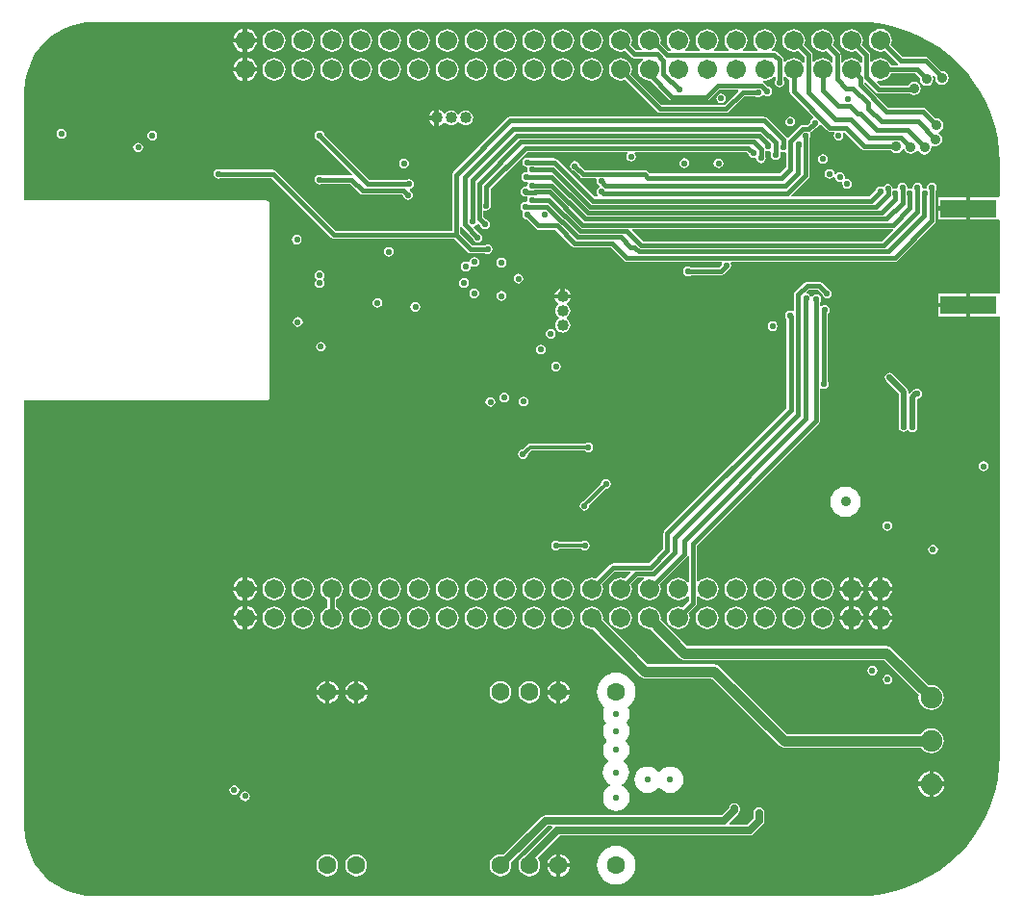
<source format=gbl>
G04 Layer_Physical_Order=4*
G04 Layer_Color=16711680*
%FSLAX23Y23*%
%MOIN*%
G70*
G01*
G75*
%ADD10C,0.012*%
%ADD31R,0.193X0.063*%
%ADD47C,0.025*%
%ADD48C,0.015*%
%ADD49C,0.035*%
%ADD51C,0.020*%
%ADD59C,0.063*%
%ADD60C,0.067*%
%ADD61C,0.040*%
%ADD62C,0.075*%
%ADD63C,0.021*%
%ADD64C,0.035*%
G36*
X2943Y2137D02*
X2985Y2132D01*
X3027Y2122D01*
X3067Y2109D01*
X3107Y2093D01*
X3144Y2073D01*
X3180Y2051D01*
X3214Y2025D01*
X3246Y1996D01*
X3275Y1964D01*
X3301Y1930D01*
X3323Y1894D01*
X3343Y1857D01*
X3359Y1817D01*
X3372Y1777D01*
X3382Y1735D01*
X3387Y1693D01*
X3389Y1651D01*
X3389Y1650D01*
Y1534D01*
X3384Y1533D01*
X3384Y1533D01*
X3287D01*
Y1493D01*
Y1454D01*
X3384D01*
X3384Y1454D01*
X3389Y1452D01*
Y1200D01*
X3384Y1198D01*
X3384Y1198D01*
X3287D01*
Y1159D01*
Y1119D01*
X3384D01*
X3384Y1119D01*
X3389Y1118D01*
Y-400D01*
X3389Y-401D01*
X3387Y-443D01*
X3382Y-485D01*
X3372Y-527D01*
X3359Y-567D01*
X3343Y-607D01*
X3323Y-644D01*
X3301Y-680D01*
X3275Y-714D01*
X3246Y-746D01*
X3214Y-775D01*
X3180Y-801D01*
X3144Y-823D01*
X3107Y-843D01*
X3067Y-859D01*
X3027Y-872D01*
X2985Y-882D01*
X2943Y-887D01*
X2901Y-889D01*
X2900Y-889D01*
X250D01*
X250Y-889D01*
X223Y-887D01*
X197Y-883D01*
X171Y-875D01*
X146Y-865D01*
X123Y-852D01*
X101Y-837D01*
X81Y-819D01*
X63Y-799D01*
X48Y-777D01*
X35Y-754D01*
X25Y-729D01*
X17Y-703D01*
X13Y-677D01*
X11Y-650D01*
X11Y-650D01*
Y829D01*
X850D01*
X854Y830D01*
X858Y832D01*
X860Y836D01*
X861Y840D01*
Y1510D01*
X860Y1514D01*
X858Y1518D01*
X854Y1520D01*
X850Y1521D01*
X11D01*
Y1900D01*
X11Y1900D01*
X13Y1927D01*
X17Y1953D01*
X25Y1979D01*
X35Y2004D01*
X48Y2027D01*
X63Y2049D01*
X81Y2069D01*
X101Y2087D01*
X123Y2102D01*
X146Y2115D01*
X171Y2125D01*
X197Y2133D01*
X223Y2137D01*
X250Y2139D01*
X250Y2139D01*
X2900D01*
X2901Y2139D01*
X2943Y2137D01*
D02*
G37*
%LPC*%
G36*
X782Y2116D02*
Y2082D01*
X816D01*
X815Y2086D01*
X811Y2096D01*
X805Y2105D01*
X796Y2111D01*
X786Y2115D01*
X782Y2116D01*
D02*
G37*
G36*
X767D02*
X764Y2115D01*
X754Y2111D01*
X745Y2105D01*
X739Y2096D01*
X735Y2086D01*
X734Y2082D01*
X767D01*
Y2116D01*
D02*
G37*
G36*
X1975Y2115D02*
X1965Y2113D01*
X1955Y2109D01*
X1947Y2103D01*
X1941Y2095D01*
X1937Y2085D01*
X1935Y2075D01*
X1937Y2065D01*
X1941Y2055D01*
X1947Y2047D01*
X1955Y2041D01*
X1965Y2037D01*
X1975Y2035D01*
X1985Y2037D01*
X1995Y2041D01*
X2003Y2047D01*
X2009Y2055D01*
X2013Y2065D01*
X2015Y2075D01*
X2013Y2085D01*
X2009Y2095D01*
X2003Y2103D01*
X1995Y2109D01*
X1985Y2113D01*
X1975Y2115D01*
D02*
G37*
G36*
X1875D02*
X1865Y2113D01*
X1855Y2109D01*
X1847Y2103D01*
X1841Y2095D01*
X1837Y2085D01*
X1835Y2075D01*
X1837Y2065D01*
X1841Y2055D01*
X1847Y2047D01*
X1855Y2041D01*
X1865Y2037D01*
X1875Y2035D01*
X1885Y2037D01*
X1895Y2041D01*
X1903Y2047D01*
X1909Y2055D01*
X1913Y2065D01*
X1915Y2075D01*
X1913Y2085D01*
X1909Y2095D01*
X1903Y2103D01*
X1895Y2109D01*
X1885Y2113D01*
X1875Y2115D01*
D02*
G37*
G36*
X1775D02*
X1765Y2113D01*
X1755Y2109D01*
X1747Y2103D01*
X1741Y2095D01*
X1737Y2085D01*
X1735Y2075D01*
X1737Y2065D01*
X1741Y2055D01*
X1747Y2047D01*
X1755Y2041D01*
X1765Y2037D01*
X1775Y2035D01*
X1785Y2037D01*
X1795Y2041D01*
X1803Y2047D01*
X1809Y2055D01*
X1813Y2065D01*
X1815Y2075D01*
X1813Y2085D01*
X1809Y2095D01*
X1803Y2103D01*
X1795Y2109D01*
X1785Y2113D01*
X1775Y2115D01*
D02*
G37*
G36*
X1675D02*
X1665Y2113D01*
X1655Y2109D01*
X1647Y2103D01*
X1641Y2095D01*
X1637Y2085D01*
X1635Y2075D01*
X1637Y2065D01*
X1641Y2055D01*
X1647Y2047D01*
X1655Y2041D01*
X1665Y2037D01*
X1675Y2035D01*
X1685Y2037D01*
X1695Y2041D01*
X1703Y2047D01*
X1709Y2055D01*
X1713Y2065D01*
X1715Y2075D01*
X1713Y2085D01*
X1709Y2095D01*
X1703Y2103D01*
X1695Y2109D01*
X1685Y2113D01*
X1675Y2115D01*
D02*
G37*
G36*
X1575D02*
X1565Y2113D01*
X1555Y2109D01*
X1547Y2103D01*
X1541Y2095D01*
X1537Y2085D01*
X1535Y2075D01*
X1537Y2065D01*
X1541Y2055D01*
X1547Y2047D01*
X1555Y2041D01*
X1565Y2037D01*
X1575Y2035D01*
X1585Y2037D01*
X1595Y2041D01*
X1603Y2047D01*
X1609Y2055D01*
X1613Y2065D01*
X1615Y2075D01*
X1613Y2085D01*
X1609Y2095D01*
X1603Y2103D01*
X1595Y2109D01*
X1585Y2113D01*
X1575Y2115D01*
D02*
G37*
G36*
X1475D02*
X1465Y2113D01*
X1455Y2109D01*
X1447Y2103D01*
X1441Y2095D01*
X1437Y2085D01*
X1435Y2075D01*
X1437Y2065D01*
X1441Y2055D01*
X1447Y2047D01*
X1455Y2041D01*
X1465Y2037D01*
X1475Y2035D01*
X1485Y2037D01*
X1495Y2041D01*
X1503Y2047D01*
X1509Y2055D01*
X1513Y2065D01*
X1515Y2075D01*
X1513Y2085D01*
X1509Y2095D01*
X1503Y2103D01*
X1495Y2109D01*
X1485Y2113D01*
X1475Y2115D01*
D02*
G37*
G36*
X1375D02*
X1365Y2113D01*
X1355Y2109D01*
X1347Y2103D01*
X1341Y2095D01*
X1337Y2085D01*
X1335Y2075D01*
X1337Y2065D01*
X1341Y2055D01*
X1347Y2047D01*
X1355Y2041D01*
X1365Y2037D01*
X1375Y2035D01*
X1385Y2037D01*
X1395Y2041D01*
X1403Y2047D01*
X1409Y2055D01*
X1413Y2065D01*
X1415Y2075D01*
X1413Y2085D01*
X1409Y2095D01*
X1403Y2103D01*
X1395Y2109D01*
X1385Y2113D01*
X1375Y2115D01*
D02*
G37*
G36*
X1275D02*
X1265Y2113D01*
X1255Y2109D01*
X1247Y2103D01*
X1241Y2095D01*
X1237Y2085D01*
X1235Y2075D01*
X1237Y2065D01*
X1241Y2055D01*
X1247Y2047D01*
X1255Y2041D01*
X1265Y2037D01*
X1275Y2035D01*
X1285Y2037D01*
X1295Y2041D01*
X1303Y2047D01*
X1309Y2055D01*
X1313Y2065D01*
X1315Y2075D01*
X1313Y2085D01*
X1309Y2095D01*
X1303Y2103D01*
X1295Y2109D01*
X1285Y2113D01*
X1275Y2115D01*
D02*
G37*
G36*
X1175D02*
X1165Y2113D01*
X1155Y2109D01*
X1147Y2103D01*
X1141Y2095D01*
X1137Y2085D01*
X1135Y2075D01*
X1137Y2065D01*
X1141Y2055D01*
X1147Y2047D01*
X1155Y2041D01*
X1165Y2037D01*
X1175Y2035D01*
X1185Y2037D01*
X1195Y2041D01*
X1203Y2047D01*
X1209Y2055D01*
X1213Y2065D01*
X1215Y2075D01*
X1213Y2085D01*
X1209Y2095D01*
X1203Y2103D01*
X1195Y2109D01*
X1185Y2113D01*
X1175Y2115D01*
D02*
G37*
G36*
X1075D02*
X1065Y2113D01*
X1055Y2109D01*
X1047Y2103D01*
X1041Y2095D01*
X1037Y2085D01*
X1035Y2075D01*
X1037Y2065D01*
X1041Y2055D01*
X1047Y2047D01*
X1055Y2041D01*
X1065Y2037D01*
X1075Y2035D01*
X1085Y2037D01*
X1095Y2041D01*
X1103Y2047D01*
X1109Y2055D01*
X1113Y2065D01*
X1115Y2075D01*
X1113Y2085D01*
X1109Y2095D01*
X1103Y2103D01*
X1095Y2109D01*
X1085Y2113D01*
X1075Y2115D01*
D02*
G37*
G36*
X975D02*
X965Y2113D01*
X955Y2109D01*
X947Y2103D01*
X941Y2095D01*
X937Y2085D01*
X935Y2075D01*
X937Y2065D01*
X941Y2055D01*
X947Y2047D01*
X955Y2041D01*
X965Y2037D01*
X975Y2035D01*
X985Y2037D01*
X995Y2041D01*
X1003Y2047D01*
X1009Y2055D01*
X1013Y2065D01*
X1015Y2075D01*
X1013Y2085D01*
X1009Y2095D01*
X1003Y2103D01*
X995Y2109D01*
X985Y2113D01*
X975Y2115D01*
D02*
G37*
G36*
X875D02*
X865Y2113D01*
X855Y2109D01*
X847Y2103D01*
X841Y2095D01*
X837Y2085D01*
X835Y2075D01*
X837Y2065D01*
X841Y2055D01*
X847Y2047D01*
X855Y2041D01*
X865Y2037D01*
X875Y2035D01*
X885Y2037D01*
X895Y2041D01*
X903Y2047D01*
X909Y2055D01*
X913Y2065D01*
X915Y2075D01*
X913Y2085D01*
X909Y2095D01*
X903Y2103D01*
X895Y2109D01*
X885Y2113D01*
X875Y2115D01*
D02*
G37*
G36*
X767Y2068D02*
X734D01*
X735Y2064D01*
X739Y2054D01*
X745Y2045D01*
X754Y2039D01*
X764Y2035D01*
X767Y2034D01*
Y2068D01*
D02*
G37*
G36*
X816D02*
X782D01*
Y2034D01*
X786Y2035D01*
X796Y2039D01*
X805Y2045D01*
X811Y2054D01*
X815Y2064D01*
X816Y2068D01*
D02*
G37*
G36*
X2975Y2116D02*
X2965Y2114D01*
X2955Y2110D01*
X2947Y2104D01*
X2941Y2096D01*
X2937Y2086D01*
X2935Y2076D01*
X2937Y2066D01*
X2941Y2056D01*
X2947Y2048D01*
X2955Y2042D01*
X2965Y2038D01*
X2975Y2036D01*
X2985Y2038D01*
X2991Y2040D01*
X3037Y1994D01*
X3038Y1994D01*
X3036Y1989D01*
X3012D01*
X3009Y1995D01*
X3003Y2003D01*
X2995Y2009D01*
X2985Y2013D01*
X2975Y2015D01*
X2965Y2013D01*
X2955Y2009D01*
X2947Y2003D01*
X2945Y2001D01*
X2940Y2002D01*
Y2024D01*
X2939Y2029D01*
X2936Y2034D01*
X2911Y2059D01*
X2913Y2065D01*
X2915Y2075D01*
X2913Y2085D01*
X2909Y2095D01*
X2903Y2103D01*
X2895Y2109D01*
X2885Y2113D01*
X2875Y2115D01*
X2865Y2113D01*
X2855Y2109D01*
X2847Y2103D01*
X2841Y2095D01*
X2837Y2085D01*
X2835Y2075D01*
X2837Y2065D01*
X2841Y2055D01*
X2847Y2047D01*
X2855Y2041D01*
X2865Y2037D01*
X2875Y2035D01*
X2885Y2037D01*
X2891Y2039D01*
X2912Y2018D01*
Y1999D01*
X2907Y1998D01*
X2903Y2003D01*
X2895Y2009D01*
X2885Y2013D01*
X2875Y2015D01*
X2865Y2013D01*
X2855Y2009D01*
X2847Y2003D01*
X2844Y1999D01*
X2839Y2001D01*
Y2025D01*
X2839Y2025D01*
X2838Y2030D01*
X2835Y2035D01*
X2811Y2059D01*
X2813Y2065D01*
X2815Y2075D01*
X2813Y2085D01*
X2809Y2095D01*
X2803Y2103D01*
X2795Y2109D01*
X2785Y2113D01*
X2775Y2115D01*
X2765Y2113D01*
X2755Y2109D01*
X2747Y2103D01*
X2741Y2095D01*
X2737Y2085D01*
X2735Y2075D01*
X2737Y2065D01*
X2741Y2055D01*
X2747Y2047D01*
X2755Y2041D01*
X2765Y2037D01*
X2775Y2035D01*
X2785Y2037D01*
X2791Y2039D01*
X2811Y2019D01*
Y2001D01*
X2806Y1999D01*
X2803Y2003D01*
X2795Y2009D01*
X2785Y2013D01*
X2775Y2015D01*
X2765Y2013D01*
X2755Y2009D01*
X2747Y2003D01*
X2745Y2000D01*
X2740Y2002D01*
Y2024D01*
X2739Y2029D01*
X2736Y2034D01*
X2736Y2034D01*
X2711Y2059D01*
X2713Y2065D01*
X2715Y2075D01*
X2713Y2085D01*
X2709Y2095D01*
X2703Y2103D01*
X2695Y2109D01*
X2685Y2113D01*
X2675Y2115D01*
X2665Y2113D01*
X2655Y2109D01*
X2647Y2103D01*
X2641Y2095D01*
X2637Y2085D01*
X2635Y2075D01*
X2637Y2065D01*
X2641Y2055D01*
X2647Y2047D01*
X2655Y2041D01*
X2665Y2037D01*
X2675Y2035D01*
X2685Y2037D01*
X2691Y2039D01*
X2712Y2018D01*
Y2000D01*
X2707Y1998D01*
X2703Y2003D01*
X2695Y2009D01*
X2685Y2013D01*
X2675Y2015D01*
X2665Y2013D01*
X2655Y2009D01*
X2647Y2003D01*
X2645Y2000D01*
X2640Y2002D01*
Y2007D01*
X2639Y2012D01*
X2636Y2017D01*
X2636Y2017D01*
X2618Y2035D01*
X2613Y2038D01*
X2608Y2039D01*
X2601D01*
X2599Y2044D01*
X2603Y2047D01*
X2609Y2055D01*
X2613Y2065D01*
X2615Y2075D01*
X2613Y2085D01*
X2609Y2095D01*
X2603Y2103D01*
X2595Y2109D01*
X2585Y2113D01*
X2575Y2115D01*
X2565Y2113D01*
X2555Y2109D01*
X2547Y2103D01*
X2541Y2095D01*
X2537Y2085D01*
X2535Y2075D01*
X2537Y2065D01*
X2541Y2055D01*
X2547Y2047D01*
X2551Y2044D01*
X2549Y2039D01*
X2501D01*
X2499Y2044D01*
X2503Y2047D01*
X2509Y2055D01*
X2513Y2065D01*
X2515Y2075D01*
X2513Y2085D01*
X2509Y2095D01*
X2503Y2103D01*
X2495Y2109D01*
X2485Y2113D01*
X2475Y2115D01*
X2465Y2113D01*
X2455Y2109D01*
X2447Y2103D01*
X2441Y2095D01*
X2437Y2085D01*
X2435Y2075D01*
X2437Y2065D01*
X2441Y2055D01*
X2447Y2047D01*
X2451Y2044D01*
X2449Y2039D01*
X2401D01*
X2399Y2044D01*
X2403Y2047D01*
X2409Y2055D01*
X2413Y2065D01*
X2415Y2075D01*
X2413Y2085D01*
X2409Y2095D01*
X2403Y2103D01*
X2395Y2109D01*
X2385Y2113D01*
X2375Y2115D01*
X2365Y2113D01*
X2355Y2109D01*
X2347Y2103D01*
X2341Y2095D01*
X2337Y2085D01*
X2335Y2075D01*
X2337Y2065D01*
X2341Y2055D01*
X2347Y2047D01*
X2351Y2044D01*
X2349Y2039D01*
X2301D01*
X2299Y2044D01*
X2303Y2047D01*
X2309Y2055D01*
X2313Y2065D01*
X2315Y2075D01*
X2313Y2085D01*
X2309Y2095D01*
X2303Y2103D01*
X2295Y2109D01*
X2285Y2113D01*
X2275Y2115D01*
X2265Y2113D01*
X2255Y2109D01*
X2247Y2103D01*
X2241Y2095D01*
X2237Y2085D01*
X2235Y2075D01*
X2237Y2065D01*
X2241Y2055D01*
X2247Y2047D01*
X2251Y2044D01*
X2249Y2039D01*
X2241D01*
X2214Y2066D01*
X2215Y2075D01*
X2213Y2085D01*
X2209Y2095D01*
X2203Y2103D01*
X2195Y2109D01*
X2185Y2113D01*
X2175Y2115D01*
X2165Y2113D01*
X2155Y2109D01*
X2147Y2103D01*
X2141Y2095D01*
X2137Y2085D01*
X2135Y2075D01*
X2137Y2065D01*
X2141Y2055D01*
X2147Y2047D01*
X2149Y2045D01*
X2147Y2041D01*
X2129D01*
X2111Y2059D01*
X2113Y2065D01*
X2115Y2075D01*
X2113Y2085D01*
X2109Y2095D01*
X2103Y2103D01*
X2095Y2109D01*
X2085Y2113D01*
X2075Y2115D01*
X2065Y2113D01*
X2055Y2109D01*
X2047Y2103D01*
X2041Y2095D01*
X2037Y2085D01*
X2035Y2075D01*
X2037Y2065D01*
X2041Y2055D01*
X2047Y2047D01*
X2055Y2041D01*
X2065Y2037D01*
X2075Y2035D01*
X2085Y2037D01*
X2091Y2039D01*
X2113Y2017D01*
X2113Y2017D01*
X2118Y2014D01*
X2123Y2013D01*
X2123Y2013D01*
X2152D01*
X2153Y2008D01*
X2147Y2003D01*
X2141Y1995D01*
X2137Y1985D01*
X2135Y1975D01*
X2137Y1965D01*
X2141Y1955D01*
X2147Y1947D01*
X2155Y1941D01*
X2165Y1937D01*
X2175Y1935D01*
X2179Y1936D01*
X2244Y1871D01*
X2248Y1868D01*
X2254Y1867D01*
X2374D01*
X2380Y1868D01*
X2384Y1871D01*
X2419Y1905D01*
X2482D01*
X2484Y1900D01*
X2436Y1852D01*
X2218D01*
X2111Y1959D01*
X2113Y1965D01*
X2115Y1975D01*
X2113Y1985D01*
X2109Y1995D01*
X2103Y2003D01*
X2095Y2009D01*
X2085Y2013D01*
X2075Y2015D01*
X2065Y2013D01*
X2055Y2009D01*
X2047Y2003D01*
X2041Y1995D01*
X2037Y1985D01*
X2035Y1975D01*
X2037Y1965D01*
X2041Y1955D01*
X2047Y1947D01*
X2055Y1941D01*
X2065Y1937D01*
X2075Y1935D01*
X2085Y1937D01*
X2091Y1939D01*
X2202Y1828D01*
X2202Y1828D01*
X2207Y1825D01*
X2212Y1824D01*
X2212Y1824D01*
X2441D01*
X2447Y1825D01*
X2451Y1828D01*
X2504Y1881D01*
X2543D01*
X2546Y1879D01*
X2552Y1878D01*
X2558Y1879D01*
X2564Y1883D01*
X2566Y1886D01*
X2571Y1887D01*
X2572Y1887D01*
X2577Y1883D01*
X2583Y1882D01*
X2589Y1883D01*
X2595Y1887D01*
X2599Y1893D01*
X2600Y1899D01*
X2599Y1905D01*
X2595Y1911D01*
X2589Y1915D01*
X2586Y1915D01*
X2573Y1929D01*
X2570Y1931D01*
X2571Y1936D01*
X2575Y1935D01*
X2585Y1937D01*
X2595Y1941D01*
X2603Y1947D01*
X2607Y1952D01*
X2612Y1950D01*
Y1939D01*
X2610Y1936D01*
X2609Y1930D01*
X2610Y1924D01*
X2614Y1918D01*
X2620Y1914D01*
X2626Y1913D01*
X2632Y1914D01*
X2638Y1918D01*
X2642Y1924D01*
X2643Y1930D01*
X2642Y1936D01*
X2640Y1939D01*
Y1948D01*
X2645Y1950D01*
X2647Y1947D01*
X2655Y1941D01*
X2661Y1938D01*
Y1898D01*
X2662Y1893D01*
X2665Y1889D01*
X2744Y1810D01*
X2743Y1806D01*
X2742Y1805D01*
X2737Y1801D01*
X2733Y1796D01*
X2733Y1793D01*
X2723Y1783D01*
X2706D01*
X2706Y1783D01*
X2701Y1782D01*
X2696Y1779D01*
X2656Y1738D01*
X2650Y1739D01*
X2649Y1741D01*
X2583Y1807D01*
X2578Y1810D01*
X2573Y1811D01*
X1693D01*
X1688Y1810D01*
X1683Y1807D01*
X1496Y1619D01*
X1493Y1615D01*
X1492Y1610D01*
Y1415D01*
X1090D01*
X882Y1623D01*
X877Y1626D01*
X872Y1627D01*
X691D01*
X688Y1629D01*
X682Y1630D01*
X676Y1629D01*
X670Y1625D01*
X666Y1619D01*
X665Y1613D01*
X666Y1607D01*
X670Y1601D01*
X676Y1597D01*
X682Y1596D01*
X688Y1597D01*
X691Y1599D01*
X866D01*
X1074Y1391D01*
X1079Y1388D01*
X1084Y1387D01*
X1084Y1387D01*
X1500D01*
X1545Y1342D01*
X1545Y1342D01*
X1549Y1339D01*
X1555Y1338D01*
X1555Y1338D01*
X1606D01*
X1609Y1336D01*
X1615Y1335D01*
X1621Y1336D01*
X1627Y1340D01*
X1631Y1346D01*
X1632Y1352D01*
X1631Y1358D01*
X1627Y1364D01*
X1621Y1368D01*
X1615Y1369D01*
X1609Y1368D01*
X1606Y1366D01*
X1560D01*
X1519Y1407D01*
Y1431D01*
X1524Y1432D01*
X1527Y1428D01*
X1564Y1391D01*
X1565Y1385D01*
X1569Y1379D01*
X1575Y1375D01*
X1581Y1374D01*
X1587Y1375D01*
X1593Y1379D01*
X1597Y1385D01*
X1598Y1391D01*
X1597Y1397D01*
X1593Y1403D01*
X1587Y1407D01*
X1587Y1407D01*
X1568Y1426D01*
X1570Y1431D01*
X1570Y1432D01*
X1576Y1435D01*
X1579Y1440D01*
X1584Y1441D01*
X1591Y1435D01*
X1591Y1432D01*
X1595Y1426D01*
X1601Y1422D01*
X1607Y1421D01*
X1613Y1422D01*
X1619Y1426D01*
X1623Y1432D01*
X1624Y1438D01*
X1623Y1444D01*
X1619Y1450D01*
X1613Y1454D01*
X1610Y1454D01*
X1600Y1465D01*
Y1485D01*
X1604Y1488D01*
X1605Y1487D01*
X1611Y1486D01*
X1617Y1487D01*
X1623Y1491D01*
X1627Y1497D01*
X1628Y1503D01*
X1627Y1509D01*
X1625Y1512D01*
Y1562D01*
X1752Y1690D01*
X2099D01*
X2101Y1685D01*
X2100Y1684D01*
X2096Y1679D01*
X2095Y1672D01*
X2096Y1666D01*
X2100Y1660D01*
X2106Y1657D01*
X2112Y1656D01*
X2118Y1657D01*
X2124Y1660D01*
X2128Y1666D01*
X2129Y1672D01*
X2128Y1679D01*
X2124Y1684D01*
X2123Y1685D01*
X2125Y1690D01*
X2511D01*
X2520Y1681D01*
X2521Y1678D01*
X2525Y1672D01*
X2530Y1668D01*
X2537Y1667D01*
X2541Y1668D01*
X2544Y1667D01*
X2546Y1665D01*
X2547Y1661D01*
X2551Y1655D01*
X2556Y1651D01*
X2562Y1650D01*
X2569Y1651D01*
X2574Y1655D01*
X2578Y1661D01*
X2579Y1667D01*
X2578Y1673D01*
X2576Y1676D01*
Y1691D01*
X2581Y1693D01*
X2582Y1692D01*
X2588Y1691D01*
X2592Y1692D01*
X2597Y1689D01*
X2598Y1685D01*
X2597Y1684D01*
X2596Y1678D01*
X2597Y1672D01*
X2601Y1666D01*
X2607Y1662D01*
X2613Y1661D01*
X2619Y1662D01*
X2625Y1666D01*
X2629Y1672D01*
X2630Y1678D01*
X2629Y1684D01*
X2628Y1685D01*
X2628Y1686D01*
X2632Y1689D01*
X2639Y1688D01*
X2644Y1689D01*
X2649Y1686D01*
Y1635D01*
X2628Y1614D01*
X2177D01*
X2169Y1622D01*
X2164Y1625D01*
X2159Y1626D01*
X1952D01*
X1934Y1643D01*
X1933Y1646D01*
X1930Y1652D01*
X1924Y1656D01*
X1918Y1657D01*
X1911Y1656D01*
X1906Y1652D01*
X1902Y1646D01*
X1901Y1640D01*
X1902Y1634D01*
X1906Y1628D01*
X1911Y1624D01*
X1915Y1624D01*
X1936Y1602D01*
X1941Y1599D01*
X1946Y1598D01*
X1946Y1598D01*
X1991D01*
X1994Y1594D01*
X1993Y1593D01*
X1992Y1587D01*
X1993Y1581D01*
X1997Y1575D01*
X2002Y1572D01*
X2002Y1569D01*
X2002Y1567D01*
X1997Y1563D01*
X1993Y1558D01*
X1992Y1551D01*
X1993Y1545D01*
X1997Y1540D01*
X1998Y1539D01*
X1997Y1534D01*
X1985D01*
X1856Y1663D01*
X1851Y1666D01*
X1846Y1667D01*
X1762D01*
X1759Y1668D01*
X1753Y1670D01*
X1747Y1668D01*
X1741Y1665D01*
X1737Y1659D01*
X1736Y1653D01*
X1737Y1646D01*
X1741Y1641D01*
X1747Y1637D01*
X1750Y1637D01*
X1753Y1635D01*
X1754Y1631D01*
X1753Y1628D01*
X1754Y1623D01*
X1751Y1619D01*
X1750Y1618D01*
X1749Y1619D01*
X1742Y1617D01*
X1737Y1614D01*
X1733Y1608D01*
X1732Y1602D01*
X1733Y1595D01*
X1737Y1590D01*
X1742Y1586D01*
X1749Y1585D01*
X1752Y1586D01*
X1755Y1581D01*
X1753Y1579D01*
X1752Y1573D01*
X1752Y1572D01*
X1748Y1567D01*
X1746Y1568D01*
X1740Y1567D01*
X1734Y1563D01*
X1730Y1557D01*
X1729Y1551D01*
X1730Y1545D01*
X1734Y1539D01*
X1740Y1535D01*
X1746Y1534D01*
X1751Y1535D01*
X1752Y1535D01*
X1754Y1530D01*
X1753Y1529D01*
X1752Y1523D01*
X1752Y1520D01*
X1748Y1516D01*
X1746Y1516D01*
X1739Y1515D01*
X1734Y1511D01*
X1730Y1506D01*
X1729Y1500D01*
X1730Y1493D01*
X1734Y1488D01*
X1736Y1486D01*
X1738Y1480D01*
X1737Y1478D01*
X1736Y1472D01*
X1737Y1466D01*
X1741Y1460D01*
X1747Y1456D01*
X1750Y1456D01*
X1782Y1425D01*
X1782Y1425D01*
X1786Y1422D01*
X1791Y1420D01*
X1851D01*
X1908Y1363D01*
X1913Y1360D01*
X1918Y1359D01*
X2042D01*
X2088Y1313D01*
X2092Y1310D01*
X2097Y1309D01*
X2097Y1309D01*
X2425D01*
X2428Y1304D01*
X2427Y1303D01*
X2426Y1300D01*
X2416Y1290D01*
X2319D01*
X2316Y1292D01*
X2310Y1293D01*
X2304Y1292D01*
X2298Y1288D01*
X2294Y1282D01*
X2293Y1276D01*
X2294Y1270D01*
X2298Y1264D01*
X2304Y1260D01*
X2310Y1259D01*
X2316Y1260D01*
X2319Y1262D01*
X2422D01*
X2427Y1263D01*
X2432Y1266D01*
X2446Y1280D01*
X2449Y1281D01*
X2454Y1285D01*
X2458Y1290D01*
X2459Y1296D01*
X2458Y1303D01*
X2457Y1304D01*
X2460Y1309D01*
X3026D01*
X3031Y1310D01*
X3035Y1313D01*
X3164Y1442D01*
X3167Y1446D01*
X3168Y1451D01*
Y1556D01*
X3170Y1559D01*
X3171Y1565D01*
X3170Y1571D01*
X3166Y1577D01*
X3160Y1581D01*
X3154Y1582D01*
X3148Y1581D01*
X3142Y1577D01*
X3138Y1571D01*
X3137Y1566D01*
X3137Y1565D01*
X3133Y1562D01*
X3129Y1563D01*
X3126Y1562D01*
X3121Y1565D01*
X3121Y1566D01*
X3120Y1571D01*
X3116Y1577D01*
X3111Y1581D01*
X3104Y1582D01*
X3098Y1581D01*
X3092Y1577D01*
X3089Y1571D01*
X3087Y1565D01*
X3087Y1564D01*
X3086Y1563D01*
X3083Y1561D01*
X3078Y1562D01*
X3073Y1561D01*
X3069Y1564D01*
X3069Y1565D01*
X3069Y1565D01*
X3068Y1571D01*
X3064Y1577D01*
X3058Y1581D01*
X3052Y1582D01*
X3046Y1581D01*
X3040Y1577D01*
X3036Y1571D01*
X3035Y1565D01*
X3035Y1565D01*
X3031Y1561D01*
X3027Y1562D01*
X3024Y1561D01*
X3020Y1561D01*
X3018Y1565D01*
X3018Y1567D01*
X3014Y1573D01*
X3008Y1577D01*
X3002Y1578D01*
X2996Y1577D01*
X2990Y1573D01*
X2986Y1567D01*
X2985Y1567D01*
X2981Y1568D01*
X2975Y1569D01*
X2969Y1568D01*
X2963Y1564D01*
X2959Y1558D01*
X2959Y1555D01*
X2937Y1534D01*
X2669D01*
X2667Y1539D01*
X2727Y1598D01*
X2727Y1598D01*
X2730Y1603D01*
X2731Y1608D01*
X2731Y1608D01*
Y1737D01*
X2732Y1739D01*
X2733Y1745D01*
X2732Y1751D01*
X2731Y1752D01*
X2733Y1755D01*
X2734Y1757D01*
X2738Y1759D01*
X2752Y1773D01*
X2755Y1774D01*
X2761Y1778D01*
X2764Y1783D01*
X2765Y1783D01*
X2769Y1785D01*
X2790Y1764D01*
X2795Y1761D01*
X2800Y1760D01*
X2815D01*
X2818Y1755D01*
X2815Y1751D01*
X2814Y1745D01*
X2815Y1739D01*
X2819Y1733D01*
X2825Y1729D01*
X2831Y1728D01*
X2837Y1729D01*
X2843Y1733D01*
X2847Y1739D01*
X2848Y1745D01*
X2847Y1751D01*
X2847Y1751D01*
X2849Y1757D01*
X2851Y1757D01*
X2911Y1698D01*
X2915Y1695D01*
X2920Y1694D01*
X3012D01*
X3014Y1691D01*
X3022Y1686D01*
X3031Y1684D01*
X3040Y1686D01*
X3048Y1691D01*
X3053Y1699D01*
X3053Y1700D01*
X3058D01*
X3059Y1697D01*
X3064Y1689D01*
X3072Y1684D01*
X3081Y1682D01*
X3090Y1684D01*
X3098Y1689D01*
X3102Y1694D01*
X3103Y1695D01*
X3107Y1694D01*
X3112Y1687D01*
X3120Y1682D01*
X3129Y1680D01*
X3138Y1682D01*
X3146Y1687D01*
X3151Y1695D01*
X3153Y1704D01*
X3152Y1709D01*
X3156Y1712D01*
X3158Y1711D01*
X3167Y1709D01*
X3176Y1711D01*
X3184Y1716D01*
X3189Y1724D01*
X3191Y1733D01*
X3189Y1742D01*
X3184Y1750D01*
X3178Y1754D01*
X3179Y1759D01*
X3179Y1760D01*
X3187Y1765D01*
X3192Y1772D01*
X3194Y1782D01*
X3192Y1791D01*
X3187Y1799D01*
X3179Y1804D01*
X3170Y1806D01*
X3166Y1805D01*
X3132Y1839D01*
X3128Y1842D01*
X3123Y1843D01*
X3003D01*
X2921Y1925D01*
X2921Y1927D01*
X2927Y1929D01*
X2959Y1896D01*
X2964Y1893D01*
X2969Y1892D01*
X3075D01*
X3075Y1892D01*
X3083Y1887D01*
X3092Y1885D01*
X3101Y1887D01*
X3109Y1892D01*
X3114Y1900D01*
X3116Y1909D01*
X3114Y1918D01*
X3109Y1926D01*
X3101Y1931D01*
X3092Y1933D01*
X3083Y1931D01*
X3075Y1926D01*
X3071Y1920D01*
X2974D01*
X2962Y1932D01*
X2965Y1936D01*
X2965Y1937D01*
X2975Y1935D01*
X2985Y1937D01*
X2995Y1941D01*
X3003Y1947D01*
X3009Y1955D01*
X3012Y1961D01*
X3097D01*
X3113Y1945D01*
X3112Y1941D01*
X3114Y1932D01*
X3119Y1924D01*
X3127Y1919D01*
X3136Y1917D01*
X3145Y1919D01*
X3153Y1924D01*
X3158Y1932D01*
X3160Y1941D01*
X3158Y1951D01*
X3157Y1952D01*
X3161Y1955D01*
X3166Y1950D01*
X3165Y1945D01*
X3167Y1936D01*
X3172Y1928D01*
X3180Y1923D01*
X3189Y1921D01*
X3198Y1923D01*
X3206Y1928D01*
X3211Y1936D01*
X3213Y1945D01*
X3211Y1954D01*
X3206Y1962D01*
X3198Y1967D01*
X3189Y1969D01*
X3187Y1968D01*
X3141Y2014D01*
X3137Y2017D01*
X3132Y2018D01*
X3053D01*
X3011Y2060D01*
X3013Y2066D01*
X3015Y2076D01*
X3013Y2086D01*
X3009Y2096D01*
X3003Y2104D01*
X2995Y2110D01*
X2985Y2114D01*
X2975Y2116D01*
D02*
G37*
G36*
X782Y2016D02*
Y1982D01*
X816D01*
X815Y1986D01*
X811Y1996D01*
X805Y2005D01*
X796Y2011D01*
X786Y2015D01*
X782Y2016D01*
D02*
G37*
G36*
X767D02*
X764Y2015D01*
X754Y2011D01*
X745Y2005D01*
X739Y1996D01*
X735Y1986D01*
X734Y1982D01*
X767D01*
Y2016D01*
D02*
G37*
G36*
X1975Y2015D02*
X1965Y2013D01*
X1955Y2009D01*
X1947Y2003D01*
X1941Y1995D01*
X1937Y1985D01*
X1935Y1975D01*
X1937Y1965D01*
X1941Y1955D01*
X1947Y1947D01*
X1955Y1941D01*
X1965Y1937D01*
X1975Y1935D01*
X1985Y1937D01*
X1995Y1941D01*
X2003Y1947D01*
X2009Y1955D01*
X2013Y1965D01*
X2015Y1975D01*
X2013Y1985D01*
X2009Y1995D01*
X2003Y2003D01*
X1995Y2009D01*
X1985Y2013D01*
X1975Y2015D01*
D02*
G37*
G36*
X1875D02*
X1865Y2013D01*
X1855Y2009D01*
X1847Y2003D01*
X1841Y1995D01*
X1837Y1985D01*
X1835Y1975D01*
X1837Y1965D01*
X1841Y1955D01*
X1847Y1947D01*
X1855Y1941D01*
X1865Y1937D01*
X1875Y1935D01*
X1885Y1937D01*
X1895Y1941D01*
X1903Y1947D01*
X1909Y1955D01*
X1913Y1965D01*
X1915Y1975D01*
X1913Y1985D01*
X1909Y1995D01*
X1903Y2003D01*
X1895Y2009D01*
X1885Y2013D01*
X1875Y2015D01*
D02*
G37*
G36*
X1775D02*
X1765Y2013D01*
X1755Y2009D01*
X1747Y2003D01*
X1741Y1995D01*
X1737Y1985D01*
X1735Y1975D01*
X1737Y1965D01*
X1741Y1955D01*
X1747Y1947D01*
X1755Y1941D01*
X1765Y1937D01*
X1775Y1935D01*
X1785Y1937D01*
X1795Y1941D01*
X1803Y1947D01*
X1809Y1955D01*
X1813Y1965D01*
X1815Y1975D01*
X1813Y1985D01*
X1809Y1995D01*
X1803Y2003D01*
X1795Y2009D01*
X1785Y2013D01*
X1775Y2015D01*
D02*
G37*
G36*
X1675D02*
X1665Y2013D01*
X1655Y2009D01*
X1647Y2003D01*
X1641Y1995D01*
X1637Y1985D01*
X1635Y1975D01*
X1637Y1965D01*
X1641Y1955D01*
X1647Y1947D01*
X1655Y1941D01*
X1665Y1937D01*
X1675Y1935D01*
X1685Y1937D01*
X1695Y1941D01*
X1703Y1947D01*
X1709Y1955D01*
X1713Y1965D01*
X1715Y1975D01*
X1713Y1985D01*
X1709Y1995D01*
X1703Y2003D01*
X1695Y2009D01*
X1685Y2013D01*
X1675Y2015D01*
D02*
G37*
G36*
X1575D02*
X1565Y2013D01*
X1555Y2009D01*
X1547Y2003D01*
X1541Y1995D01*
X1537Y1985D01*
X1535Y1975D01*
X1537Y1965D01*
X1541Y1955D01*
X1547Y1947D01*
X1555Y1941D01*
X1565Y1937D01*
X1575Y1935D01*
X1585Y1937D01*
X1595Y1941D01*
X1603Y1947D01*
X1609Y1955D01*
X1613Y1965D01*
X1615Y1975D01*
X1613Y1985D01*
X1609Y1995D01*
X1603Y2003D01*
X1595Y2009D01*
X1585Y2013D01*
X1575Y2015D01*
D02*
G37*
G36*
X1475D02*
X1465Y2013D01*
X1455Y2009D01*
X1447Y2003D01*
X1441Y1995D01*
X1437Y1985D01*
X1435Y1975D01*
X1437Y1965D01*
X1441Y1955D01*
X1447Y1947D01*
X1455Y1941D01*
X1465Y1937D01*
X1475Y1935D01*
X1485Y1937D01*
X1495Y1941D01*
X1503Y1947D01*
X1509Y1955D01*
X1513Y1965D01*
X1515Y1975D01*
X1513Y1985D01*
X1509Y1995D01*
X1503Y2003D01*
X1495Y2009D01*
X1485Y2013D01*
X1475Y2015D01*
D02*
G37*
G36*
X1375D02*
X1365Y2013D01*
X1355Y2009D01*
X1347Y2003D01*
X1341Y1995D01*
X1337Y1985D01*
X1335Y1975D01*
X1337Y1965D01*
X1341Y1955D01*
X1347Y1947D01*
X1355Y1941D01*
X1365Y1937D01*
X1375Y1935D01*
X1385Y1937D01*
X1395Y1941D01*
X1403Y1947D01*
X1409Y1955D01*
X1413Y1965D01*
X1415Y1975D01*
X1413Y1985D01*
X1409Y1995D01*
X1403Y2003D01*
X1395Y2009D01*
X1385Y2013D01*
X1375Y2015D01*
D02*
G37*
G36*
X1275D02*
X1265Y2013D01*
X1255Y2009D01*
X1247Y2003D01*
X1241Y1995D01*
X1237Y1985D01*
X1235Y1975D01*
X1237Y1965D01*
X1241Y1955D01*
X1247Y1947D01*
X1255Y1941D01*
X1265Y1937D01*
X1275Y1935D01*
X1285Y1937D01*
X1295Y1941D01*
X1303Y1947D01*
X1309Y1955D01*
X1313Y1965D01*
X1315Y1975D01*
X1313Y1985D01*
X1309Y1995D01*
X1303Y2003D01*
X1295Y2009D01*
X1285Y2013D01*
X1275Y2015D01*
D02*
G37*
G36*
X1175D02*
X1165Y2013D01*
X1155Y2009D01*
X1147Y2003D01*
X1141Y1995D01*
X1137Y1985D01*
X1135Y1975D01*
X1137Y1965D01*
X1141Y1955D01*
X1147Y1947D01*
X1155Y1941D01*
X1165Y1937D01*
X1175Y1935D01*
X1185Y1937D01*
X1195Y1941D01*
X1203Y1947D01*
X1209Y1955D01*
X1213Y1965D01*
X1215Y1975D01*
X1213Y1985D01*
X1209Y1995D01*
X1203Y2003D01*
X1195Y2009D01*
X1185Y2013D01*
X1175Y2015D01*
D02*
G37*
G36*
X1075D02*
X1065Y2013D01*
X1055Y2009D01*
X1047Y2003D01*
X1041Y1995D01*
X1037Y1985D01*
X1035Y1975D01*
X1037Y1965D01*
X1041Y1955D01*
X1047Y1947D01*
X1055Y1941D01*
X1065Y1937D01*
X1075Y1935D01*
X1085Y1937D01*
X1095Y1941D01*
X1103Y1947D01*
X1109Y1955D01*
X1113Y1965D01*
X1115Y1975D01*
X1113Y1985D01*
X1109Y1995D01*
X1103Y2003D01*
X1095Y2009D01*
X1085Y2013D01*
X1075Y2015D01*
D02*
G37*
G36*
X975D02*
X965Y2013D01*
X955Y2009D01*
X947Y2003D01*
X941Y1995D01*
X937Y1985D01*
X935Y1975D01*
X937Y1965D01*
X941Y1955D01*
X947Y1947D01*
X955Y1941D01*
X965Y1937D01*
X975Y1935D01*
X985Y1937D01*
X995Y1941D01*
X1003Y1947D01*
X1009Y1955D01*
X1013Y1965D01*
X1015Y1975D01*
X1013Y1985D01*
X1009Y1995D01*
X1003Y2003D01*
X995Y2009D01*
X985Y2013D01*
X975Y2015D01*
D02*
G37*
G36*
X875D02*
X865Y2013D01*
X855Y2009D01*
X847Y2003D01*
X841Y1995D01*
X837Y1985D01*
X835Y1975D01*
X837Y1965D01*
X841Y1955D01*
X847Y1947D01*
X855Y1941D01*
X865Y1937D01*
X875Y1935D01*
X885Y1937D01*
X895Y1941D01*
X903Y1947D01*
X909Y1955D01*
X913Y1965D01*
X915Y1975D01*
X913Y1985D01*
X909Y1995D01*
X903Y2003D01*
X895Y2009D01*
X885Y2013D01*
X875Y2015D01*
D02*
G37*
G36*
X767Y1967D02*
X734D01*
X735Y1964D01*
X739Y1954D01*
X745Y1945D01*
X754Y1939D01*
X764Y1935D01*
X767Y1934D01*
Y1967D01*
D02*
G37*
G36*
X816D02*
X782D01*
Y1934D01*
X786Y1935D01*
X796Y1939D01*
X805Y1945D01*
X811Y1954D01*
X815Y1964D01*
X816Y1967D01*
D02*
G37*
G36*
X2424Y1891D02*
X2418Y1890D01*
X2412Y1886D01*
X2409Y1880D01*
X2407Y1874D01*
X2409Y1868D01*
X2412Y1862D01*
X2418Y1858D01*
X2424Y1857D01*
X2431Y1858D01*
X2436Y1862D01*
X2440Y1868D01*
X2441Y1874D01*
X2440Y1880D01*
X2436Y1886D01*
X2431Y1890D01*
X2424Y1891D01*
D02*
G37*
G36*
X1431Y1834D02*
X1425Y1831D01*
X1419Y1827D01*
X1415Y1821D01*
X1412Y1814D01*
X1431D01*
Y1834D01*
D02*
G37*
G36*
X1446Y1834D02*
Y1807D01*
Y1780D01*
X1453Y1783D01*
X1459Y1787D01*
X1462Y1791D01*
X1467Y1792D01*
X1468Y1791D01*
X1470Y1788D01*
X1476Y1784D01*
X1482Y1782D01*
X1489Y1781D01*
X1496Y1782D01*
X1502Y1784D01*
X1508Y1788D01*
X1511Y1793D01*
X1514Y1794D01*
X1517Y1793D01*
X1520Y1788D01*
X1526Y1784D01*
X1532Y1782D01*
X1539Y1781D01*
X1546Y1782D01*
X1552Y1784D01*
X1558Y1788D01*
X1562Y1794D01*
X1564Y1800D01*
X1565Y1807D01*
X1564Y1814D01*
X1562Y1820D01*
X1558Y1826D01*
X1552Y1830D01*
X1546Y1832D01*
X1539Y1833D01*
X1532Y1832D01*
X1526Y1830D01*
X1520Y1826D01*
X1517Y1821D01*
X1514Y1820D01*
X1511Y1821D01*
X1508Y1826D01*
X1502Y1830D01*
X1496Y1832D01*
X1489Y1833D01*
X1482Y1832D01*
X1476Y1830D01*
X1470Y1826D01*
X1468Y1823D01*
X1467Y1822D01*
X1462Y1823D01*
X1459Y1827D01*
X1453Y1831D01*
X1446Y1834D01*
D02*
G37*
G36*
X1431Y1799D02*
X1412D01*
X1415Y1793D01*
X1419Y1787D01*
X1425Y1783D01*
X1431Y1780D01*
Y1799D01*
D02*
G37*
G36*
X2664Y1811D02*
X2658Y1810D01*
X2652Y1806D01*
X2648Y1800D01*
X2647Y1794D01*
X2648Y1788D01*
X2652Y1782D01*
X2658Y1778D01*
X2664Y1777D01*
X2670Y1778D01*
X2676Y1782D01*
X2680Y1788D01*
X2681Y1794D01*
X2680Y1800D01*
X2676Y1806D01*
X2670Y1810D01*
X2664Y1811D01*
D02*
G37*
G36*
X139Y1769D02*
X133Y1768D01*
X127Y1764D01*
X123Y1758D01*
X122Y1752D01*
X123Y1746D01*
X127Y1740D01*
X133Y1736D01*
X139Y1735D01*
X145Y1736D01*
X151Y1740D01*
X155Y1746D01*
X156Y1752D01*
X155Y1758D01*
X151Y1764D01*
X145Y1768D01*
X139Y1769D01*
D02*
G37*
G36*
X454Y1763D02*
X448Y1762D01*
X442Y1758D01*
X438Y1752D01*
X437Y1746D01*
X438Y1740D01*
X442Y1734D01*
X448Y1730D01*
X454Y1729D01*
X460Y1730D01*
X466Y1734D01*
X470Y1740D01*
X471Y1746D01*
X470Y1752D01*
X466Y1758D01*
X460Y1762D01*
X454Y1763D01*
D02*
G37*
G36*
X405Y1721D02*
X399Y1720D01*
X393Y1716D01*
X389Y1711D01*
X388Y1704D01*
X389Y1698D01*
X393Y1693D01*
X399Y1689D01*
X405Y1688D01*
X411Y1689D01*
X417Y1693D01*
X421Y1698D01*
X422Y1704D01*
X421Y1711D01*
X417Y1716D01*
X411Y1720D01*
X405Y1721D01*
D02*
G37*
G36*
X2777Y1681D02*
X2771Y1680D01*
X2765Y1676D01*
X2761Y1671D01*
X2760Y1665D01*
X2761Y1658D01*
X2765Y1653D01*
X2771Y1649D01*
X2777Y1648D01*
X2783Y1649D01*
X2789Y1653D01*
X2793Y1658D01*
X2794Y1665D01*
X2793Y1671D01*
X2789Y1676D01*
X2783Y1680D01*
X2777Y1681D01*
D02*
G37*
G36*
X2297Y1667D02*
X2290Y1666D01*
X2285Y1662D01*
X2281Y1656D01*
X2280Y1650D01*
X2281Y1644D01*
X2285Y1638D01*
X2290Y1634D01*
X2297Y1633D01*
X2303Y1634D01*
X2309Y1638D01*
X2312Y1644D01*
X2313Y1650D01*
X2312Y1656D01*
X2309Y1662D01*
X2303Y1666D01*
X2297Y1667D01*
D02*
G37*
G36*
X2415Y1666D02*
X2409Y1665D01*
X2403Y1661D01*
X2399Y1656D01*
X2398Y1649D01*
X2399Y1643D01*
X2403Y1637D01*
X2409Y1634D01*
X2415Y1632D01*
X2421Y1634D01*
X2427Y1637D01*
X2431Y1643D01*
X2432Y1649D01*
X2431Y1656D01*
X2427Y1661D01*
X2421Y1665D01*
X2415Y1666D01*
D02*
G37*
G36*
X1326Y1666D02*
X1320Y1665D01*
X1314Y1661D01*
X1310Y1655D01*
X1309Y1649D01*
X1310Y1643D01*
X1314Y1637D01*
X1320Y1633D01*
X1326Y1632D01*
X1332Y1633D01*
X1338Y1637D01*
X1342Y1643D01*
X1343Y1649D01*
X1342Y1655D01*
X1338Y1661D01*
X1332Y1665D01*
X1326Y1666D01*
D02*
G37*
G36*
X1033Y1762D02*
X1027Y1761D01*
X1021Y1757D01*
X1017Y1751D01*
X1016Y1745D01*
X1017Y1739D01*
X1021Y1733D01*
X1027Y1729D01*
X1030Y1729D01*
X1147Y1611D01*
X1145Y1607D01*
X1144Y1607D01*
X1041D01*
X1038Y1609D01*
X1032Y1610D01*
X1026Y1609D01*
X1020Y1605D01*
X1016Y1599D01*
X1015Y1593D01*
X1016Y1587D01*
X1020Y1581D01*
X1026Y1577D01*
X1032Y1576D01*
X1038Y1577D01*
X1041Y1579D01*
X1138D01*
X1172Y1545D01*
X1177Y1542D01*
X1182Y1541D01*
X1318D01*
X1323Y1537D01*
X1323Y1534D01*
X1327Y1528D01*
X1333Y1524D01*
X1339Y1523D01*
X1345Y1524D01*
X1351Y1528D01*
X1355Y1534D01*
X1356Y1540D01*
X1355Y1546D01*
X1351Y1552D01*
X1345Y1556D01*
X1345Y1556D01*
Y1561D01*
X1349Y1561D01*
X1355Y1565D01*
X1359Y1571D01*
X1360Y1577D01*
X1359Y1583D01*
X1355Y1589D01*
X1349Y1593D01*
X1343Y1594D01*
X1337Y1593D01*
X1334Y1591D01*
X1207D01*
X1049Y1748D01*
X1049Y1751D01*
X1045Y1757D01*
X1039Y1761D01*
X1033Y1762D01*
D02*
G37*
G36*
X2800Y1630D02*
X2794Y1628D01*
X2788Y1625D01*
X2784Y1619D01*
X2783Y1613D01*
X2784Y1606D01*
X2788Y1601D01*
X2794Y1597D01*
X2800Y1596D01*
X2806Y1597D01*
X2812Y1601D01*
X2813Y1603D01*
X2817Y1602D01*
X2818Y1602D01*
X2819Y1596D01*
X2823Y1590D01*
X2829Y1586D01*
X2835Y1585D01*
X2840Y1586D01*
X2843Y1584D01*
X2844Y1582D01*
X2844Y1578D01*
X2845Y1572D01*
X2848Y1567D01*
X2854Y1563D01*
X2860Y1562D01*
X2867Y1563D01*
X2872Y1567D01*
X2876Y1572D01*
X2877Y1578D01*
X2876Y1585D01*
X2872Y1590D01*
X2867Y1594D01*
X2860Y1595D01*
X2855Y1594D01*
X2852Y1597D01*
X2851Y1598D01*
X2852Y1602D01*
X2851Y1608D01*
X2847Y1614D01*
X2841Y1618D01*
X2835Y1619D01*
X2829Y1618D01*
X2823Y1614D01*
X2822Y1612D01*
X2818Y1613D01*
X2817Y1613D01*
X2816Y1619D01*
X2812Y1625D01*
X2806Y1628D01*
X2800Y1630D01*
D02*
G37*
G36*
X3272Y1533D02*
X3176D01*
Y1501D01*
X3272D01*
Y1533D01*
D02*
G37*
G36*
Y1486D02*
X3176D01*
Y1454D01*
X3272D01*
Y1486D01*
D02*
G37*
G36*
X955Y1402D02*
X948Y1401D01*
X943Y1397D01*
X939Y1391D01*
X938Y1385D01*
X939Y1379D01*
X943Y1373D01*
X948Y1369D01*
X955Y1368D01*
X961Y1369D01*
X966Y1373D01*
X970Y1379D01*
X971Y1385D01*
X970Y1391D01*
X966Y1397D01*
X961Y1401D01*
X955Y1402D01*
D02*
G37*
G36*
X1273Y1360D02*
X1267Y1359D01*
X1261Y1355D01*
X1257Y1349D01*
X1256Y1343D01*
X1257Y1337D01*
X1261Y1331D01*
X1267Y1327D01*
X1273Y1326D01*
X1279Y1327D01*
X1285Y1331D01*
X1289Y1337D01*
X1290Y1343D01*
X1289Y1349D01*
X1285Y1355D01*
X1279Y1359D01*
X1273Y1360D01*
D02*
G37*
G36*
X1570Y1324D02*
X1564Y1323D01*
X1558Y1319D01*
X1554Y1314D01*
X1553Y1308D01*
X1551Y1307D01*
X1548Y1306D01*
X1545Y1308D01*
X1539Y1309D01*
X1533Y1308D01*
X1527Y1304D01*
X1523Y1298D01*
X1522Y1292D01*
X1523Y1286D01*
X1527Y1280D01*
X1533Y1276D01*
X1539Y1275D01*
X1545Y1276D01*
X1551Y1280D01*
X1555Y1286D01*
X1556Y1291D01*
X1558Y1293D01*
X1561Y1294D01*
X1564Y1292D01*
X1570Y1291D01*
X1576Y1292D01*
X1582Y1296D01*
X1586Y1301D01*
X1587Y1308D01*
X1586Y1314D01*
X1582Y1319D01*
X1576Y1323D01*
X1570Y1324D01*
D02*
G37*
G36*
X1663Y1322D02*
X1657Y1321D01*
X1651Y1317D01*
X1647Y1312D01*
X1646Y1305D01*
X1647Y1299D01*
X1651Y1293D01*
X1657Y1290D01*
X1663Y1288D01*
X1669Y1290D01*
X1675Y1293D01*
X1679Y1299D01*
X1680Y1305D01*
X1679Y1312D01*
X1675Y1317D01*
X1669Y1321D01*
X1663Y1322D01*
D02*
G37*
G36*
X1722Y1267D02*
X1715Y1266D01*
X1710Y1262D01*
X1706Y1256D01*
X1705Y1250D01*
X1706Y1244D01*
X1710Y1238D01*
X1715Y1234D01*
X1722Y1233D01*
X1728Y1234D01*
X1734Y1238D01*
X1737Y1244D01*
X1739Y1250D01*
X1737Y1256D01*
X1734Y1262D01*
X1728Y1266D01*
X1722Y1267D01*
D02*
G37*
G36*
X1534Y1252D02*
X1528Y1251D01*
X1522Y1247D01*
X1518Y1242D01*
X1517Y1235D01*
X1518Y1229D01*
X1522Y1223D01*
X1528Y1220D01*
X1534Y1218D01*
X1540Y1220D01*
X1546Y1223D01*
X1550Y1229D01*
X1551Y1235D01*
X1550Y1242D01*
X1546Y1247D01*
X1540Y1251D01*
X1534Y1252D01*
D02*
G37*
G36*
X1034Y1278D02*
X1028Y1277D01*
X1022Y1273D01*
X1018Y1267D01*
X1017Y1261D01*
X1018Y1255D01*
X1022Y1249D01*
Y1246D01*
X1018Y1240D01*
X1017Y1234D01*
X1018Y1228D01*
X1022Y1222D01*
X1028Y1218D01*
X1034Y1217D01*
X1040Y1218D01*
X1046Y1222D01*
X1050Y1228D01*
X1051Y1234D01*
X1050Y1240D01*
X1046Y1246D01*
Y1249D01*
X1050Y1255D01*
X1051Y1261D01*
X1050Y1267D01*
X1046Y1273D01*
X1040Y1277D01*
X1034Y1278D01*
D02*
G37*
G36*
X1883Y1216D02*
Y1196D01*
X1903D01*
X1900Y1203D01*
X1895Y1209D01*
X1889Y1213D01*
X1883Y1216D01*
D02*
G37*
G36*
X1868Y1216D02*
X1861Y1213D01*
X1855Y1209D01*
X1851Y1203D01*
X1848Y1196D01*
X1868D01*
Y1216D01*
D02*
G37*
G36*
X1569Y1216D02*
X1563Y1214D01*
X1557Y1211D01*
X1553Y1205D01*
X1552Y1199D01*
X1553Y1192D01*
X1557Y1187D01*
X1563Y1183D01*
X1569Y1182D01*
X1575Y1183D01*
X1581Y1187D01*
X1585Y1192D01*
X1586Y1199D01*
X1585Y1205D01*
X1581Y1211D01*
X1575Y1214D01*
X1569Y1216D01*
D02*
G37*
G36*
X2764Y1240D02*
X2722D01*
X2717Y1239D01*
X2712Y1236D01*
X2680Y1204D01*
X2677Y1199D01*
X2676Y1194D01*
Y1139D01*
X2671Y1136D01*
X2669Y1138D01*
X2663Y1139D01*
X2656Y1138D01*
X2651Y1134D01*
X2647Y1129D01*
X2646Y1122D01*
X2647Y1116D01*
X2651Y1111D01*
X2651Y1110D01*
Y801D01*
X2228Y378D01*
X2225Y373D01*
X2224Y368D01*
Y314D01*
X2174Y264D01*
X2050D01*
X2045Y263D01*
X2040Y260D01*
X1991Y211D01*
X1985Y213D01*
X1975Y215D01*
X1965Y213D01*
X1955Y209D01*
X1947Y203D01*
X1941Y195D01*
X1937Y185D01*
X1935Y175D01*
X1937Y165D01*
X1941Y155D01*
X1947Y147D01*
X1955Y141D01*
X1965Y137D01*
X1975Y135D01*
X1985Y137D01*
X1995Y141D01*
X2003Y147D01*
X2009Y155D01*
X2013Y165D01*
X2015Y175D01*
X2013Y185D01*
X2011Y191D01*
X2056Y236D01*
X2110D01*
X2112Y232D01*
X2091Y211D01*
X2085Y213D01*
X2075Y215D01*
X2065Y213D01*
X2055Y209D01*
X2047Y203D01*
X2041Y195D01*
X2037Y185D01*
X2035Y175D01*
X2037Y165D01*
X2041Y155D01*
X2047Y147D01*
X2055Y141D01*
X2065Y137D01*
X2075Y135D01*
X2085Y137D01*
X2095Y141D01*
X2103Y147D01*
X2109Y155D01*
X2113Y165D01*
X2115Y175D01*
X2113Y185D01*
X2111Y191D01*
X2135Y215D01*
X2156D01*
X2157Y210D01*
X2155Y209D01*
X2147Y203D01*
X2141Y195D01*
X2137Y185D01*
X2135Y175D01*
X2137Y165D01*
X2141Y155D01*
X2147Y147D01*
X2155Y141D01*
X2165Y137D01*
X2175Y135D01*
X2185Y137D01*
X2195Y141D01*
X2203Y147D01*
X2209Y155D01*
X2213Y165D01*
X2215Y175D01*
X2213Y185D01*
X2211Y191D01*
X2305Y286D01*
X2305Y286D01*
X2307Y289D01*
X2312Y287D01*
Y200D01*
X2307Y198D01*
X2303Y203D01*
X2295Y209D01*
X2285Y213D01*
X2275Y215D01*
X2265Y213D01*
X2255Y209D01*
X2247Y203D01*
X2241Y195D01*
X2237Y185D01*
X2235Y175D01*
X2237Y165D01*
X2241Y155D01*
X2247Y147D01*
X2255Y141D01*
X2265Y137D01*
X2275Y135D01*
X2285Y137D01*
X2295Y141D01*
X2303Y147D01*
X2307Y152D01*
X2312Y150D01*
Y132D01*
X2291Y111D01*
X2285Y113D01*
X2275Y115D01*
X2265Y113D01*
X2255Y109D01*
X2247Y103D01*
X2241Y95D01*
X2237Y85D01*
X2235Y75D01*
X2237Y65D01*
X2241Y55D01*
X2247Y47D01*
X2255Y41D01*
X2265Y37D01*
X2275Y35D01*
X2285Y37D01*
X2295Y41D01*
X2303Y47D01*
X2309Y55D01*
X2313Y65D01*
X2315Y75D01*
X2313Y85D01*
X2311Y91D01*
X2336Y116D01*
X2336Y116D01*
X2339Y121D01*
X2340Y126D01*
Y148D01*
X2345Y150D01*
X2347Y147D01*
X2355Y141D01*
X2365Y137D01*
X2375Y135D01*
X2385Y137D01*
X2395Y141D01*
X2403Y147D01*
X2409Y155D01*
X2413Y165D01*
X2415Y175D01*
X2413Y185D01*
X2409Y195D01*
X2403Y203D01*
X2395Y209D01*
X2385Y213D01*
X2375Y215D01*
X2365Y213D01*
X2355Y209D01*
X2347Y203D01*
X2345Y200D01*
X2340Y202D01*
Y326D01*
X2764Y750D01*
X2767Y755D01*
X2768Y760D01*
Y868D01*
X2773Y871D01*
X2774Y870D01*
X2780Y869D01*
X2786Y870D01*
X2792Y874D01*
X2796Y880D01*
X2797Y886D01*
X2796Y892D01*
X2794Y895D01*
Y1128D01*
X2796Y1129D01*
X2800Y1135D01*
X2801Y1141D01*
X2800Y1147D01*
X2796Y1153D01*
X2790Y1157D01*
X2784Y1158D01*
X2778Y1157D01*
X2773Y1153D01*
X2770Y1154D01*
X2768Y1155D01*
Y1170D01*
X2770Y1172D01*
X2771Y1179D01*
X2770Y1185D01*
X2766Y1191D01*
X2760Y1194D01*
X2754Y1196D01*
X2748Y1194D01*
X2742Y1191D01*
X2740Y1187D01*
X2737Y1187D01*
X2734Y1188D01*
X2731Y1193D01*
X2725Y1197D01*
X2720Y1198D01*
X2719Y1201D01*
X2718Y1203D01*
X2728Y1212D01*
X2758D01*
X2775Y1195D01*
X2776Y1192D01*
X2780Y1186D01*
X2785Y1183D01*
X2791Y1181D01*
X2798Y1183D01*
X2803Y1186D01*
X2807Y1192D01*
X2808Y1198D01*
X2807Y1205D01*
X2803Y1210D01*
X2798Y1214D01*
X2795Y1214D01*
X2774Y1236D01*
X2769Y1239D01*
X2764Y1240D01*
D02*
G37*
G36*
X1663Y1207D02*
X1657Y1206D01*
X1652Y1202D01*
X1648Y1197D01*
X1647Y1190D01*
X1648Y1184D01*
X1652Y1178D01*
X1657Y1175D01*
X1663Y1173D01*
X1670Y1175D01*
X1675Y1178D01*
X1679Y1184D01*
X1680Y1190D01*
X1679Y1197D01*
X1675Y1202D01*
X1670Y1206D01*
X1663Y1207D01*
D02*
G37*
G36*
X3272Y1198D02*
X3176D01*
Y1166D01*
X3272D01*
Y1198D01*
D02*
G37*
G36*
X1234Y1183D02*
X1228Y1182D01*
X1222Y1178D01*
X1218Y1173D01*
X1217Y1166D01*
X1218Y1160D01*
X1222Y1154D01*
X1228Y1151D01*
X1234Y1149D01*
X1240Y1151D01*
X1246Y1154D01*
X1250Y1160D01*
X1251Y1166D01*
X1250Y1173D01*
X1246Y1178D01*
X1240Y1182D01*
X1234Y1183D01*
D02*
G37*
G36*
X1365Y1169D02*
X1359Y1168D01*
X1353Y1164D01*
X1349Y1158D01*
X1348Y1152D01*
X1349Y1146D01*
X1353Y1140D01*
X1359Y1136D01*
X1365Y1135D01*
X1371Y1136D01*
X1377Y1140D01*
X1381Y1146D01*
X1382Y1152D01*
X1381Y1158D01*
X1377Y1164D01*
X1371Y1168D01*
X1365Y1169D01*
D02*
G37*
G36*
X3272Y1151D02*
X3176D01*
Y1119D01*
X3272D01*
Y1151D01*
D02*
G37*
G36*
X958Y1117D02*
X952Y1116D01*
X946Y1112D01*
X942Y1106D01*
X941Y1100D01*
X942Y1094D01*
X946Y1088D01*
X952Y1084D01*
X958Y1083D01*
X964Y1084D01*
X970Y1088D01*
X974Y1094D01*
X975Y1100D01*
X974Y1106D01*
X970Y1112D01*
X964Y1116D01*
X958Y1117D01*
D02*
G37*
G36*
X2603Y1103D02*
X2596Y1102D01*
X2591Y1098D01*
X2587Y1092D01*
X2586Y1086D01*
X2587Y1080D01*
X2591Y1074D01*
X2596Y1070D01*
X2603Y1069D01*
X2609Y1070D01*
X2615Y1074D01*
X2618Y1080D01*
X2620Y1086D01*
X2618Y1092D01*
X2615Y1098D01*
X2609Y1102D01*
X2603Y1103D01*
D02*
G37*
G36*
X1903Y1181D02*
X1875D01*
X1848D01*
X1851Y1175D01*
X1855Y1169D01*
X1860Y1166D01*
X1860Y1161D01*
X1860Y1160D01*
X1857Y1158D01*
X1853Y1152D01*
X1850Y1146D01*
X1849Y1139D01*
X1850Y1132D01*
X1853Y1126D01*
X1857Y1120D01*
X1861Y1117D01*
X1862Y1114D01*
X1861Y1111D01*
X1857Y1108D01*
X1853Y1102D01*
X1850Y1096D01*
X1849Y1089D01*
X1850Y1082D01*
X1853Y1076D01*
X1857Y1070D01*
X1862Y1066D01*
X1869Y1064D01*
X1875Y1063D01*
X1882Y1064D01*
X1888Y1066D01*
X1894Y1070D01*
X1898Y1076D01*
X1901Y1082D01*
X1902Y1089D01*
X1901Y1096D01*
X1898Y1102D01*
X1894Y1108D01*
X1889Y1111D01*
X1889Y1114D01*
X1889Y1117D01*
X1894Y1120D01*
X1898Y1126D01*
X1901Y1132D01*
X1902Y1139D01*
X1901Y1146D01*
X1898Y1152D01*
X1894Y1158D01*
X1891Y1160D01*
X1891Y1161D01*
X1891Y1166D01*
X1895Y1169D01*
X1900Y1175D01*
X1903Y1181D01*
D02*
G37*
G36*
X1834Y1076D02*
X1828Y1075D01*
X1822Y1071D01*
X1818Y1065D01*
X1817Y1059D01*
X1818Y1053D01*
X1822Y1047D01*
X1828Y1043D01*
X1834Y1042D01*
X1840Y1043D01*
X1846Y1047D01*
X1850Y1053D01*
X1851Y1059D01*
X1850Y1065D01*
X1846Y1071D01*
X1840Y1075D01*
X1834Y1076D01*
D02*
G37*
G36*
X1038Y1031D02*
X1032Y1030D01*
X1026Y1026D01*
X1022Y1020D01*
X1021Y1014D01*
X1022Y1008D01*
X1026Y1002D01*
X1032Y998D01*
X1038Y997D01*
X1044Y998D01*
X1050Y1002D01*
X1054Y1008D01*
X1055Y1014D01*
X1054Y1020D01*
X1050Y1026D01*
X1044Y1030D01*
X1038Y1031D01*
D02*
G37*
G36*
X1800Y1021D02*
X1794Y1020D01*
X1788Y1016D01*
X1784Y1010D01*
X1783Y1004D01*
X1784Y998D01*
X1788Y992D01*
X1794Y988D01*
X1800Y987D01*
X1806Y988D01*
X1812Y992D01*
X1816Y998D01*
X1817Y1004D01*
X1816Y1010D01*
X1812Y1016D01*
X1806Y1020D01*
X1800Y1021D01*
D02*
G37*
G36*
X1852Y963D02*
X1846Y962D01*
X1840Y958D01*
X1836Y952D01*
X1835Y946D01*
X1836Y940D01*
X1840Y934D01*
X1846Y930D01*
X1852Y929D01*
X1858Y930D01*
X1864Y934D01*
X1868Y940D01*
X1869Y946D01*
X1868Y952D01*
X1864Y958D01*
X1858Y962D01*
X1852Y963D01*
D02*
G37*
G36*
X1674Y855D02*
X1668Y854D01*
X1662Y850D01*
X1658Y844D01*
X1657Y838D01*
X1658Y832D01*
X1662Y826D01*
X1668Y822D01*
X1674Y821D01*
X1680Y822D01*
X1686Y826D01*
X1690Y832D01*
X1691Y838D01*
X1690Y844D01*
X1686Y850D01*
X1680Y854D01*
X1674Y855D01*
D02*
G37*
G36*
X1740Y841D02*
X1734Y840D01*
X1728Y836D01*
X1724Y830D01*
X1723Y824D01*
X1724Y818D01*
X1728Y812D01*
X1734Y808D01*
X1740Y807D01*
X1746Y808D01*
X1752Y812D01*
X1756Y818D01*
X1757Y824D01*
X1756Y830D01*
X1752Y836D01*
X1746Y840D01*
X1740Y841D01*
D02*
G37*
G36*
X1625Y840D02*
X1619Y839D01*
X1613Y835D01*
X1609Y829D01*
X1608Y823D01*
X1609Y817D01*
X1613Y811D01*
X1619Y807D01*
X1625Y806D01*
X1631Y807D01*
X1637Y811D01*
X1641Y817D01*
X1642Y823D01*
X1641Y829D01*
X1637Y835D01*
X1631Y839D01*
X1625Y840D01*
D02*
G37*
G36*
X3008Y925D02*
X3002Y923D01*
X2996Y920D01*
X2992Y914D01*
X2991Y908D01*
X2992Y901D01*
X2996Y896D01*
X2998Y895D01*
X3040Y853D01*
Y739D01*
X3039Y736D01*
X3040Y730D01*
X3044Y724D01*
X3050Y721D01*
X3056Y719D01*
X3062Y721D01*
X3068Y724D01*
X3068Y725D01*
X3074D01*
X3075Y723D01*
X3081Y719D01*
X3087Y718D01*
X3093Y719D01*
X3099Y723D01*
X3103Y729D01*
X3104Y735D01*
X3103Y738D01*
Y833D01*
X3105Y834D01*
X3109Y835D01*
X3115Y839D01*
X3119Y845D01*
X3120Y851D01*
X3119Y857D01*
X3115Y863D01*
X3109Y867D01*
X3103Y868D01*
X3100Y867D01*
X3098D01*
X3092Y866D01*
X3086Y863D01*
X3077Y853D01*
X3072Y855D01*
Y860D01*
X3071Y866D01*
X3068Y871D01*
X3021Y918D01*
X3020Y920D01*
X3014Y923D01*
X3008Y925D01*
D02*
G37*
G36*
X1964Y683D02*
X1958Y682D01*
X1953Y678D01*
X1762D01*
X1757Y677D01*
X1753Y675D01*
X1753Y675D01*
X1737Y659D01*
X1732Y658D01*
X1726Y654D01*
X1722Y648D01*
X1721Y642D01*
X1722Y636D01*
X1726Y630D01*
X1732Y626D01*
X1738Y625D01*
X1744Y626D01*
X1750Y630D01*
X1754Y636D01*
X1755Y641D01*
X1767Y654D01*
X1953D01*
X1958Y650D01*
X1964Y649D01*
X1970Y650D01*
X1976Y654D01*
X1980Y660D01*
X1981Y666D01*
X1980Y672D01*
X1976Y678D01*
X1970Y682D01*
X1964Y683D01*
D02*
G37*
G36*
X3333Y617D02*
X3327Y616D01*
X3321Y612D01*
X3318Y607D01*
X3316Y600D01*
X3318Y594D01*
X3321Y588D01*
X3327Y585D01*
X3333Y583D01*
X3340Y585D01*
X3345Y588D01*
X3349Y594D01*
X3350Y600D01*
X3349Y607D01*
X3345Y612D01*
X3340Y616D01*
X3333Y617D01*
D02*
G37*
G36*
X2025Y556D02*
X2019Y555D01*
X2013Y551D01*
X2009Y545D01*
X2008Y540D01*
X1948Y479D01*
X1945Y479D01*
X1939Y475D01*
X1935Y469D01*
X1934Y463D01*
X1935Y457D01*
X1939Y451D01*
X1945Y447D01*
X1951Y446D01*
X1957Y447D01*
X1963Y451D01*
X1967Y457D01*
X1968Y463D01*
X1968Y464D01*
X2026Y522D01*
X2031Y523D01*
X2037Y527D01*
X2041Y533D01*
X2042Y539D01*
X2041Y545D01*
X2037Y551D01*
X2031Y555D01*
X2025Y556D01*
D02*
G37*
G36*
X2855Y530D02*
X2841Y528D01*
X2829Y523D01*
X2818Y514D01*
X2809Y503D01*
X2804Y491D01*
X2802Y477D01*
X2804Y463D01*
X2809Y451D01*
X2818Y440D01*
X2829Y431D01*
X2841Y426D01*
X2855Y424D01*
X2869Y426D01*
X2881Y431D01*
X2892Y440D01*
X2901Y451D01*
X2906Y463D01*
X2908Y477D01*
X2906Y491D01*
X2901Y503D01*
X2892Y514D01*
X2881Y523D01*
X2869Y528D01*
X2855Y530D01*
D02*
G37*
G36*
X3000Y410D02*
X2994Y409D01*
X2988Y405D01*
X2984Y399D01*
X2983Y393D01*
X2984Y387D01*
X2988Y381D01*
X2994Y377D01*
X3000Y376D01*
X3006Y377D01*
X3012Y381D01*
X3016Y387D01*
X3017Y393D01*
X3016Y399D01*
X3012Y405D01*
X3006Y409D01*
X3000Y410D01*
D02*
G37*
G36*
X1952Y343D02*
X1946Y342D01*
X1941Y338D01*
X1864D01*
X1859Y342D01*
X1853Y343D01*
X1847Y342D01*
X1841Y338D01*
X1837Y332D01*
X1836Y326D01*
X1837Y320D01*
X1841Y314D01*
X1847Y310D01*
X1853Y309D01*
X1859Y310D01*
X1864Y314D01*
X1941D01*
X1946Y310D01*
X1952Y309D01*
X1958Y310D01*
X1964Y314D01*
X1968Y320D01*
X1969Y326D01*
X1968Y332D01*
X1964Y338D01*
X1958Y342D01*
X1952Y343D01*
D02*
G37*
G36*
X3158Y328D02*
X3152Y327D01*
X3146Y323D01*
X3142Y317D01*
X3141Y311D01*
X3142Y305D01*
X3146Y299D01*
X3152Y295D01*
X3158Y294D01*
X3164Y295D01*
X3170Y299D01*
X3174Y305D01*
X3175Y311D01*
X3174Y317D01*
X3170Y323D01*
X3164Y327D01*
X3158Y328D01*
D02*
G37*
G36*
X2982Y217D02*
Y183D01*
X3016D01*
X3015Y187D01*
X3011Y197D01*
X3005Y206D01*
X2996Y212D01*
X2986Y216D01*
X2982Y217D01*
D02*
G37*
G36*
X2967D02*
X2964Y216D01*
X2954Y212D01*
X2945Y206D01*
X2939Y197D01*
X2935Y187D01*
X2934Y183D01*
X2967D01*
Y217D01*
D02*
G37*
G36*
X2882Y216D02*
Y183D01*
X2916D01*
X2915Y186D01*
X2911Y196D01*
X2905Y205D01*
X2896Y211D01*
X2886Y215D01*
X2882Y216D01*
D02*
G37*
G36*
X782D02*
Y183D01*
X816D01*
X815Y186D01*
X811Y196D01*
X805Y205D01*
X796Y211D01*
X786Y215D01*
X782Y216D01*
D02*
G37*
G36*
X767D02*
X764Y215D01*
X754Y211D01*
X745Y205D01*
X739Y196D01*
X735Y186D01*
X734Y183D01*
X767D01*
Y216D01*
D02*
G37*
G36*
X2867D02*
X2864Y215D01*
X2854Y211D01*
X2845Y205D01*
X2839Y196D01*
X2835Y186D01*
X2834Y183D01*
X2867D01*
Y216D01*
D02*
G37*
G36*
X2775Y215D02*
X2765Y213D01*
X2755Y209D01*
X2747Y203D01*
X2741Y195D01*
X2737Y185D01*
X2735Y175D01*
X2737Y165D01*
X2741Y155D01*
X2747Y147D01*
X2755Y141D01*
X2765Y137D01*
X2775Y135D01*
X2785Y137D01*
X2795Y141D01*
X2803Y147D01*
X2809Y155D01*
X2813Y165D01*
X2815Y175D01*
X2813Y185D01*
X2809Y195D01*
X2803Y203D01*
X2795Y209D01*
X2785Y213D01*
X2775Y215D01*
D02*
G37*
G36*
X2675D02*
X2665Y213D01*
X2655Y209D01*
X2647Y203D01*
X2641Y195D01*
X2637Y185D01*
X2635Y175D01*
X2637Y165D01*
X2641Y155D01*
X2647Y147D01*
X2655Y141D01*
X2665Y137D01*
X2675Y135D01*
X2685Y137D01*
X2695Y141D01*
X2703Y147D01*
X2709Y155D01*
X2713Y165D01*
X2715Y175D01*
X2713Y185D01*
X2709Y195D01*
X2703Y203D01*
X2695Y209D01*
X2685Y213D01*
X2675Y215D01*
D02*
G37*
G36*
X2575D02*
X2565Y213D01*
X2555Y209D01*
X2547Y203D01*
X2541Y195D01*
X2537Y185D01*
X2535Y175D01*
X2537Y165D01*
X2541Y155D01*
X2547Y147D01*
X2555Y141D01*
X2565Y137D01*
X2575Y135D01*
X2585Y137D01*
X2595Y141D01*
X2603Y147D01*
X2609Y155D01*
X2613Y165D01*
X2615Y175D01*
X2613Y185D01*
X2609Y195D01*
X2603Y203D01*
X2595Y209D01*
X2585Y213D01*
X2575Y215D01*
D02*
G37*
G36*
X2475D02*
X2465Y213D01*
X2455Y209D01*
X2447Y203D01*
X2441Y195D01*
X2437Y185D01*
X2435Y175D01*
X2437Y165D01*
X2441Y155D01*
X2447Y147D01*
X2455Y141D01*
X2465Y137D01*
X2475Y135D01*
X2485Y137D01*
X2495Y141D01*
X2503Y147D01*
X2509Y155D01*
X2513Y165D01*
X2515Y175D01*
X2513Y185D01*
X2509Y195D01*
X2503Y203D01*
X2495Y209D01*
X2485Y213D01*
X2475Y215D01*
D02*
G37*
G36*
X1875D02*
X1865Y213D01*
X1855Y209D01*
X1847Y203D01*
X1841Y195D01*
X1837Y185D01*
X1835Y175D01*
X1837Y165D01*
X1841Y155D01*
X1847Y147D01*
X1855Y141D01*
X1865Y137D01*
X1875Y135D01*
X1885Y137D01*
X1895Y141D01*
X1903Y147D01*
X1909Y155D01*
X1913Y165D01*
X1915Y175D01*
X1913Y185D01*
X1909Y195D01*
X1903Y203D01*
X1895Y209D01*
X1885Y213D01*
X1875Y215D01*
D02*
G37*
G36*
X1775D02*
X1765Y213D01*
X1755Y209D01*
X1747Y203D01*
X1741Y195D01*
X1737Y185D01*
X1735Y175D01*
X1737Y165D01*
X1741Y155D01*
X1747Y147D01*
X1755Y141D01*
X1765Y137D01*
X1775Y135D01*
X1785Y137D01*
X1795Y141D01*
X1803Y147D01*
X1809Y155D01*
X1813Y165D01*
X1815Y175D01*
X1813Y185D01*
X1809Y195D01*
X1803Y203D01*
X1795Y209D01*
X1785Y213D01*
X1775Y215D01*
D02*
G37*
G36*
X1675D02*
X1665Y213D01*
X1655Y209D01*
X1647Y203D01*
X1641Y195D01*
X1637Y185D01*
X1635Y175D01*
X1637Y165D01*
X1641Y155D01*
X1647Y147D01*
X1655Y141D01*
X1665Y137D01*
X1675Y135D01*
X1685Y137D01*
X1695Y141D01*
X1703Y147D01*
X1709Y155D01*
X1713Y165D01*
X1715Y175D01*
X1713Y185D01*
X1709Y195D01*
X1703Y203D01*
X1695Y209D01*
X1685Y213D01*
X1675Y215D01*
D02*
G37*
G36*
X1575D02*
X1565Y213D01*
X1555Y209D01*
X1547Y203D01*
X1541Y195D01*
X1537Y185D01*
X1535Y175D01*
X1537Y165D01*
X1541Y155D01*
X1547Y147D01*
X1555Y141D01*
X1565Y137D01*
X1575Y135D01*
X1585Y137D01*
X1595Y141D01*
X1603Y147D01*
X1609Y155D01*
X1613Y165D01*
X1615Y175D01*
X1613Y185D01*
X1609Y195D01*
X1603Y203D01*
X1595Y209D01*
X1585Y213D01*
X1575Y215D01*
D02*
G37*
G36*
X1475D02*
X1465Y213D01*
X1455Y209D01*
X1447Y203D01*
X1441Y195D01*
X1437Y185D01*
X1435Y175D01*
X1437Y165D01*
X1441Y155D01*
X1447Y147D01*
X1455Y141D01*
X1465Y137D01*
X1475Y135D01*
X1485Y137D01*
X1495Y141D01*
X1503Y147D01*
X1509Y155D01*
X1513Y165D01*
X1515Y175D01*
X1513Y185D01*
X1509Y195D01*
X1503Y203D01*
X1495Y209D01*
X1485Y213D01*
X1475Y215D01*
D02*
G37*
G36*
X1375D02*
X1365Y213D01*
X1355Y209D01*
X1347Y203D01*
X1341Y195D01*
X1337Y185D01*
X1335Y175D01*
X1337Y165D01*
X1341Y155D01*
X1347Y147D01*
X1355Y141D01*
X1365Y137D01*
X1375Y135D01*
X1385Y137D01*
X1395Y141D01*
X1403Y147D01*
X1409Y155D01*
X1413Y165D01*
X1415Y175D01*
X1413Y185D01*
X1409Y195D01*
X1403Y203D01*
X1395Y209D01*
X1385Y213D01*
X1375Y215D01*
D02*
G37*
G36*
X1275D02*
X1265Y213D01*
X1255Y209D01*
X1247Y203D01*
X1241Y195D01*
X1237Y185D01*
X1235Y175D01*
X1237Y165D01*
X1241Y155D01*
X1247Y147D01*
X1255Y141D01*
X1265Y137D01*
X1275Y135D01*
X1285Y137D01*
X1295Y141D01*
X1303Y147D01*
X1309Y155D01*
X1313Y165D01*
X1315Y175D01*
X1313Y185D01*
X1309Y195D01*
X1303Y203D01*
X1295Y209D01*
X1285Y213D01*
X1275Y215D01*
D02*
G37*
G36*
X1175D02*
X1165Y213D01*
X1155Y209D01*
X1147Y203D01*
X1141Y195D01*
X1137Y185D01*
X1135Y175D01*
X1137Y165D01*
X1141Y155D01*
X1147Y147D01*
X1155Y141D01*
X1165Y137D01*
X1175Y135D01*
X1185Y137D01*
X1195Y141D01*
X1203Y147D01*
X1209Y155D01*
X1213Y165D01*
X1215Y175D01*
X1213Y185D01*
X1209Y195D01*
X1203Y203D01*
X1195Y209D01*
X1185Y213D01*
X1175Y215D01*
D02*
G37*
G36*
X975D02*
X965Y213D01*
X955Y209D01*
X947Y203D01*
X941Y195D01*
X937Y185D01*
X935Y175D01*
X937Y165D01*
X941Y155D01*
X947Y147D01*
X955Y141D01*
X965Y137D01*
X975Y135D01*
X985Y137D01*
X995Y141D01*
X1003Y147D01*
X1009Y155D01*
X1013Y165D01*
X1015Y175D01*
X1013Y185D01*
X1009Y195D01*
X1003Y203D01*
X995Y209D01*
X985Y213D01*
X975Y215D01*
D02*
G37*
G36*
X875D02*
X865Y213D01*
X855Y209D01*
X847Y203D01*
X841Y195D01*
X837Y185D01*
X835Y175D01*
X837Y165D01*
X841Y155D01*
X847Y147D01*
X855Y141D01*
X865Y137D01*
X875Y135D01*
X885Y137D01*
X895Y141D01*
X903Y147D01*
X909Y155D01*
X913Y165D01*
X915Y175D01*
X913Y185D01*
X909Y195D01*
X903Y203D01*
X895Y209D01*
X885Y213D01*
X875Y215D01*
D02*
G37*
G36*
X2967Y168D02*
X2934D01*
X2935Y165D01*
X2939Y155D01*
X2945Y146D01*
X2954Y140D01*
X2964Y136D01*
X2967Y135D01*
Y168D01*
D02*
G37*
G36*
X3016D02*
X2982D01*
Y135D01*
X2986Y136D01*
X2996Y140D01*
X3005Y146D01*
X3011Y155D01*
X3015Y165D01*
X3016Y168D01*
D02*
G37*
G36*
X767Y168D02*
X734D01*
X735Y164D01*
X739Y154D01*
X745Y145D01*
X754Y139D01*
X764Y135D01*
X767Y134D01*
Y168D01*
D02*
G37*
G36*
X2916D02*
X2882D01*
Y134D01*
X2886Y135D01*
X2896Y139D01*
X2905Y145D01*
X2911Y154D01*
X2915Y164D01*
X2916Y168D01*
D02*
G37*
G36*
X2867D02*
X2834D01*
X2835Y164D01*
X2839Y154D01*
X2845Y145D01*
X2854Y139D01*
X2864Y135D01*
X2867Y134D01*
Y168D01*
D02*
G37*
G36*
X816D02*
X782D01*
Y134D01*
X786Y135D01*
X796Y139D01*
X805Y145D01*
X811Y154D01*
X815Y164D01*
X816Y168D01*
D02*
G37*
G36*
X2882Y116D02*
Y83D01*
X2916D01*
X2915Y86D01*
X2911Y96D01*
X2905Y105D01*
X2896Y111D01*
X2886Y115D01*
X2882Y116D01*
D02*
G37*
G36*
X2982D02*
Y83D01*
X3016D01*
X3015Y86D01*
X3011Y96D01*
X3005Y105D01*
X2996Y111D01*
X2986Y115D01*
X2982Y116D01*
D02*
G37*
G36*
X782D02*
Y83D01*
X816D01*
X815Y86D01*
X811Y96D01*
X805Y105D01*
X796Y111D01*
X786Y115D01*
X782Y116D01*
D02*
G37*
G36*
X2967D02*
X2964Y115D01*
X2954Y111D01*
X2945Y105D01*
X2939Y96D01*
X2935Y86D01*
X2934Y83D01*
X2967D01*
Y116D01*
D02*
G37*
G36*
X767D02*
X764Y115D01*
X754Y111D01*
X745Y105D01*
X739Y96D01*
X735Y86D01*
X734Y83D01*
X767D01*
Y116D01*
D02*
G37*
G36*
X2867D02*
X2864Y115D01*
X2854Y111D01*
X2845Y105D01*
X2839Y96D01*
X2835Y86D01*
X2834Y83D01*
X2867D01*
Y116D01*
D02*
G37*
G36*
X2775Y115D02*
X2765Y113D01*
X2755Y109D01*
X2747Y103D01*
X2741Y95D01*
X2737Y85D01*
X2735Y75D01*
X2737Y65D01*
X2741Y55D01*
X2747Y47D01*
X2755Y41D01*
X2765Y37D01*
X2775Y35D01*
X2785Y37D01*
X2795Y41D01*
X2803Y47D01*
X2809Y55D01*
X2813Y65D01*
X2815Y75D01*
X2813Y85D01*
X2809Y95D01*
X2803Y103D01*
X2795Y109D01*
X2785Y113D01*
X2775Y115D01*
D02*
G37*
G36*
X2675D02*
X2665Y113D01*
X2655Y109D01*
X2647Y103D01*
X2641Y95D01*
X2637Y85D01*
X2635Y75D01*
X2637Y65D01*
X2641Y55D01*
X2647Y47D01*
X2655Y41D01*
X2665Y37D01*
X2675Y35D01*
X2685Y37D01*
X2695Y41D01*
X2703Y47D01*
X2709Y55D01*
X2713Y65D01*
X2715Y75D01*
X2713Y85D01*
X2709Y95D01*
X2703Y103D01*
X2695Y109D01*
X2685Y113D01*
X2675Y115D01*
D02*
G37*
G36*
X2575D02*
X2565Y113D01*
X2555Y109D01*
X2547Y103D01*
X2541Y95D01*
X2537Y85D01*
X2535Y75D01*
X2537Y65D01*
X2541Y55D01*
X2547Y47D01*
X2555Y41D01*
X2565Y37D01*
X2575Y35D01*
X2585Y37D01*
X2595Y41D01*
X2603Y47D01*
X2609Y55D01*
X2613Y65D01*
X2615Y75D01*
X2613Y85D01*
X2609Y95D01*
X2603Y103D01*
X2595Y109D01*
X2585Y113D01*
X2575Y115D01*
D02*
G37*
G36*
X2475D02*
X2465Y113D01*
X2455Y109D01*
X2447Y103D01*
X2441Y95D01*
X2437Y85D01*
X2435Y75D01*
X2437Y65D01*
X2441Y55D01*
X2447Y47D01*
X2455Y41D01*
X2465Y37D01*
X2475Y35D01*
X2485Y37D01*
X2495Y41D01*
X2503Y47D01*
X2509Y55D01*
X2513Y65D01*
X2515Y75D01*
X2513Y85D01*
X2509Y95D01*
X2503Y103D01*
X2495Y109D01*
X2485Y113D01*
X2475Y115D01*
D02*
G37*
G36*
X2375D02*
X2365Y113D01*
X2355Y109D01*
X2347Y103D01*
X2341Y95D01*
X2337Y85D01*
X2335Y75D01*
X2337Y65D01*
X2341Y55D01*
X2347Y47D01*
X2355Y41D01*
X2365Y37D01*
X2375Y35D01*
X2385Y37D01*
X2395Y41D01*
X2403Y47D01*
X2409Y55D01*
X2413Y65D01*
X2415Y75D01*
X2413Y85D01*
X2409Y95D01*
X2403Y103D01*
X2395Y109D01*
X2385Y113D01*
X2375Y115D01*
D02*
G37*
G36*
X2075D02*
X2065Y113D01*
X2055Y109D01*
X2047Y103D01*
X2041Y95D01*
X2037Y85D01*
X2035Y75D01*
X2037Y65D01*
X2041Y55D01*
X2047Y47D01*
X2055Y41D01*
X2065Y37D01*
X2075Y35D01*
X2085Y37D01*
X2095Y41D01*
X2103Y47D01*
X2109Y55D01*
X2113Y65D01*
X2115Y75D01*
X2113Y85D01*
X2109Y95D01*
X2103Y103D01*
X2095Y109D01*
X2085Y113D01*
X2075Y115D01*
D02*
G37*
G36*
X1875D02*
X1865Y113D01*
X1855Y109D01*
X1847Y103D01*
X1841Y95D01*
X1837Y85D01*
X1835Y75D01*
X1837Y65D01*
X1841Y55D01*
X1847Y47D01*
X1855Y41D01*
X1865Y37D01*
X1875Y35D01*
X1885Y37D01*
X1895Y41D01*
X1903Y47D01*
X1909Y55D01*
X1913Y65D01*
X1915Y75D01*
X1913Y85D01*
X1909Y95D01*
X1903Y103D01*
X1895Y109D01*
X1885Y113D01*
X1875Y115D01*
D02*
G37*
G36*
X1775D02*
X1765Y113D01*
X1755Y109D01*
X1747Y103D01*
X1741Y95D01*
X1737Y85D01*
X1735Y75D01*
X1737Y65D01*
X1741Y55D01*
X1747Y47D01*
X1755Y41D01*
X1765Y37D01*
X1775Y35D01*
X1785Y37D01*
X1795Y41D01*
X1803Y47D01*
X1809Y55D01*
X1813Y65D01*
X1815Y75D01*
X1813Y85D01*
X1809Y95D01*
X1803Y103D01*
X1795Y109D01*
X1785Y113D01*
X1775Y115D01*
D02*
G37*
G36*
X1675D02*
X1665Y113D01*
X1655Y109D01*
X1647Y103D01*
X1641Y95D01*
X1637Y85D01*
X1635Y75D01*
X1637Y65D01*
X1641Y55D01*
X1647Y47D01*
X1655Y41D01*
X1665Y37D01*
X1675Y35D01*
X1685Y37D01*
X1695Y41D01*
X1703Y47D01*
X1709Y55D01*
X1713Y65D01*
X1715Y75D01*
X1713Y85D01*
X1709Y95D01*
X1703Y103D01*
X1695Y109D01*
X1685Y113D01*
X1675Y115D01*
D02*
G37*
G36*
X1575D02*
X1565Y113D01*
X1555Y109D01*
X1547Y103D01*
X1541Y95D01*
X1537Y85D01*
X1535Y75D01*
X1537Y65D01*
X1541Y55D01*
X1547Y47D01*
X1555Y41D01*
X1565Y37D01*
X1575Y35D01*
X1585Y37D01*
X1595Y41D01*
X1603Y47D01*
X1609Y55D01*
X1613Y65D01*
X1615Y75D01*
X1613Y85D01*
X1609Y95D01*
X1603Y103D01*
X1595Y109D01*
X1585Y113D01*
X1575Y115D01*
D02*
G37*
G36*
X1475D02*
X1465Y113D01*
X1455Y109D01*
X1447Y103D01*
X1441Y95D01*
X1437Y85D01*
X1435Y75D01*
X1437Y65D01*
X1441Y55D01*
X1447Y47D01*
X1455Y41D01*
X1465Y37D01*
X1475Y35D01*
X1485Y37D01*
X1495Y41D01*
X1503Y47D01*
X1509Y55D01*
X1513Y65D01*
X1515Y75D01*
X1513Y85D01*
X1509Y95D01*
X1503Y103D01*
X1495Y109D01*
X1485Y113D01*
X1475Y115D01*
D02*
G37*
G36*
X1375D02*
X1365Y113D01*
X1355Y109D01*
X1347Y103D01*
X1341Y95D01*
X1337Y85D01*
X1335Y75D01*
X1337Y65D01*
X1341Y55D01*
X1347Y47D01*
X1355Y41D01*
X1365Y37D01*
X1375Y35D01*
X1385Y37D01*
X1395Y41D01*
X1403Y47D01*
X1409Y55D01*
X1413Y65D01*
X1415Y75D01*
X1413Y85D01*
X1409Y95D01*
X1403Y103D01*
X1395Y109D01*
X1385Y113D01*
X1375Y115D01*
D02*
G37*
G36*
X1275D02*
X1265Y113D01*
X1255Y109D01*
X1247Y103D01*
X1241Y95D01*
X1237Y85D01*
X1235Y75D01*
X1237Y65D01*
X1241Y55D01*
X1247Y47D01*
X1255Y41D01*
X1265Y37D01*
X1275Y35D01*
X1285Y37D01*
X1295Y41D01*
X1303Y47D01*
X1309Y55D01*
X1313Y65D01*
X1315Y75D01*
X1313Y85D01*
X1309Y95D01*
X1303Y103D01*
X1295Y109D01*
X1285Y113D01*
X1275Y115D01*
D02*
G37*
G36*
X1175D02*
X1165Y113D01*
X1155Y109D01*
X1147Y103D01*
X1141Y95D01*
X1137Y85D01*
X1135Y75D01*
X1137Y65D01*
X1141Y55D01*
X1147Y47D01*
X1155Y41D01*
X1165Y37D01*
X1175Y35D01*
X1185Y37D01*
X1195Y41D01*
X1203Y47D01*
X1209Y55D01*
X1213Y65D01*
X1215Y75D01*
X1213Y85D01*
X1209Y95D01*
X1203Y103D01*
X1195Y109D01*
X1185Y113D01*
X1175Y115D01*
D02*
G37*
G36*
X1075Y215D02*
X1065Y213D01*
X1055Y209D01*
X1047Y203D01*
X1041Y195D01*
X1037Y185D01*
X1035Y175D01*
X1037Y165D01*
X1041Y155D01*
X1047Y147D01*
X1055Y141D01*
X1061Y138D01*
Y112D01*
X1055Y109D01*
X1047Y103D01*
X1041Y95D01*
X1037Y85D01*
X1035Y75D01*
X1037Y65D01*
X1041Y55D01*
X1047Y47D01*
X1055Y41D01*
X1065Y37D01*
X1075Y35D01*
X1085Y37D01*
X1095Y41D01*
X1103Y47D01*
X1109Y55D01*
X1113Y65D01*
X1115Y75D01*
X1113Y85D01*
X1109Y95D01*
X1103Y103D01*
X1095Y109D01*
X1089Y112D01*
Y138D01*
X1095Y141D01*
X1103Y147D01*
X1109Y155D01*
X1113Y165D01*
X1115Y175D01*
X1113Y185D01*
X1109Y195D01*
X1103Y203D01*
X1095Y209D01*
X1085Y213D01*
X1075Y215D01*
D02*
G37*
G36*
X975Y115D02*
X965Y113D01*
X955Y109D01*
X947Y103D01*
X941Y95D01*
X937Y85D01*
X935Y75D01*
X937Y65D01*
X941Y55D01*
X947Y47D01*
X955Y41D01*
X965Y37D01*
X975Y35D01*
X985Y37D01*
X995Y41D01*
X1003Y47D01*
X1009Y55D01*
X1013Y65D01*
X1015Y75D01*
X1013Y85D01*
X1009Y95D01*
X1003Y103D01*
X995Y109D01*
X985Y113D01*
X975Y115D01*
D02*
G37*
G36*
X875D02*
X865Y113D01*
X855Y109D01*
X847Y103D01*
X841Y95D01*
X837Y85D01*
X835Y75D01*
X837Y65D01*
X841Y55D01*
X847Y47D01*
X855Y41D01*
X865Y37D01*
X875Y35D01*
X885Y37D01*
X895Y41D01*
X903Y47D01*
X909Y55D01*
X913Y65D01*
X915Y75D01*
X913Y85D01*
X909Y95D01*
X903Y103D01*
X895Y109D01*
X885Y113D01*
X875Y115D01*
D02*
G37*
G36*
X2967Y68D02*
X2934D01*
X2935Y64D01*
X2939Y54D01*
X2945Y45D01*
X2954Y39D01*
X2964Y35D01*
X2967Y34D01*
Y68D01*
D02*
G37*
G36*
X767D02*
X734D01*
X735Y64D01*
X739Y54D01*
X745Y45D01*
X754Y39D01*
X764Y35D01*
X767Y34D01*
Y68D01*
D02*
G37*
G36*
X2916D02*
X2882D01*
Y34D01*
X2886Y35D01*
X2896Y39D01*
X2905Y45D01*
X2911Y54D01*
X2915Y64D01*
X2916Y68D01*
D02*
G37*
G36*
X2867D02*
X2834D01*
X2835Y64D01*
X2839Y54D01*
X2845Y45D01*
X2854Y39D01*
X2864Y35D01*
X2867Y34D01*
Y68D01*
D02*
G37*
G36*
X3016D02*
X2982D01*
Y34D01*
X2986Y35D01*
X2996Y39D01*
X3005Y45D01*
X3011Y54D01*
X3015Y64D01*
X3016Y68D01*
D02*
G37*
G36*
X816D02*
X782D01*
Y34D01*
X786Y35D01*
X796Y39D01*
X805Y45D01*
X811Y54D01*
X815Y64D01*
X816Y68D01*
D02*
G37*
G36*
X2948Y-91D02*
X2942Y-92D01*
X2936Y-96D01*
X2933Y-102D01*
X2931Y-108D01*
X2933Y-114D01*
X2936Y-120D01*
X2942Y-124D01*
X2948Y-125D01*
X2954Y-124D01*
X2960Y-120D01*
X2964Y-114D01*
X2965Y-108D01*
X2964Y-102D01*
X2960Y-96D01*
X2954Y-92D01*
X2948Y-91D01*
D02*
G37*
G36*
X3001Y-122D02*
X2994Y-123D01*
X2989Y-127D01*
X2985Y-133D01*
X2984Y-139D01*
X2985Y-145D01*
X2989Y-151D01*
X2994Y-155D01*
X3001Y-156D01*
X3007Y-155D01*
X3012Y-151D01*
X3016Y-145D01*
X3017Y-139D01*
X3016Y-133D01*
X3012Y-127D01*
X3007Y-123D01*
X3001Y-122D01*
D02*
G37*
G36*
X1868Y-143D02*
Y-175D01*
X1899D01*
X1899Y-172D01*
X1895Y-162D01*
X1889Y-154D01*
X1880Y-147D01*
X1871Y-144D01*
X1868Y-143D01*
D02*
G37*
G36*
X1168D02*
Y-175D01*
X1199D01*
X1199Y-172D01*
X1195Y-162D01*
X1189Y-154D01*
X1180Y-147D01*
X1171Y-144D01*
X1168Y-143D01*
D02*
G37*
G36*
X1068D02*
Y-175D01*
X1099D01*
X1099Y-172D01*
X1095Y-162D01*
X1089Y-154D01*
X1080Y-147D01*
X1071Y-144D01*
X1068Y-143D01*
D02*
G37*
G36*
X1853D02*
X1850Y-144D01*
X1841Y-147D01*
X1832Y-154D01*
X1826Y-162D01*
X1822Y-172D01*
X1822Y-175D01*
X1853D01*
Y-143D01*
D02*
G37*
G36*
X1153D02*
X1150Y-144D01*
X1141Y-147D01*
X1132Y-154D01*
X1126Y-162D01*
X1122Y-172D01*
X1122Y-175D01*
X1153D01*
Y-143D01*
D02*
G37*
G36*
X1053D02*
X1050Y-144D01*
X1041Y-147D01*
X1032Y-154D01*
X1026Y-162D01*
X1022Y-172D01*
X1022Y-175D01*
X1053D01*
Y-143D01*
D02*
G37*
G36*
X1760Y-144D02*
X1751Y-145D01*
X1742Y-149D01*
X1734Y-155D01*
X1728Y-163D01*
X1724Y-172D01*
X1723Y-182D01*
X1724Y-192D01*
X1728Y-201D01*
X1734Y-209D01*
X1742Y-215D01*
X1751Y-219D01*
X1760Y-220D01*
X1770Y-219D01*
X1779Y-215D01*
X1787Y-209D01*
X1793Y-201D01*
X1797Y-192D01*
X1798Y-182D01*
X1797Y-172D01*
X1793Y-163D01*
X1787Y-155D01*
X1779Y-149D01*
X1770Y-145D01*
X1760Y-144D01*
D02*
G37*
G36*
X1660D02*
X1651Y-145D01*
X1642Y-149D01*
X1634Y-155D01*
X1628Y-163D01*
X1624Y-172D01*
X1623Y-182D01*
X1624Y-192D01*
X1628Y-201D01*
X1634Y-209D01*
X1642Y-215D01*
X1651Y-219D01*
X1660Y-220D01*
X1670Y-219D01*
X1679Y-215D01*
X1687Y-209D01*
X1693Y-201D01*
X1697Y-192D01*
X1698Y-182D01*
X1697Y-172D01*
X1693Y-163D01*
X1687Y-155D01*
X1679Y-149D01*
X1670Y-145D01*
X1660Y-144D01*
D02*
G37*
G36*
X1899Y-190D02*
X1868D01*
Y-221D01*
X1871Y-220D01*
X1880Y-216D01*
X1889Y-210D01*
X1895Y-202D01*
X1899Y-192D01*
X1899Y-190D01*
D02*
G37*
G36*
X1199D02*
X1168D01*
Y-221D01*
X1171Y-220D01*
X1180Y-216D01*
X1189Y-210D01*
X1195Y-202D01*
X1199Y-192D01*
X1199Y-190D01*
D02*
G37*
G36*
X1099D02*
X1068D01*
Y-221D01*
X1071Y-220D01*
X1080Y-216D01*
X1089Y-210D01*
X1095Y-202D01*
X1099Y-192D01*
X1099Y-190D01*
D02*
G37*
G36*
X1853D02*
X1822D01*
X1822Y-192D01*
X1826Y-202D01*
X1832Y-210D01*
X1841Y-216D01*
X1850Y-220D01*
X1853Y-221D01*
Y-190D01*
D02*
G37*
G36*
X1153D02*
X1122D01*
X1122Y-192D01*
X1126Y-202D01*
X1132Y-210D01*
X1141Y-216D01*
X1150Y-220D01*
X1153Y-221D01*
Y-190D01*
D02*
G37*
G36*
X1053D02*
X1022D01*
X1022Y-192D01*
X1026Y-202D01*
X1032Y-210D01*
X1041Y-216D01*
X1050Y-220D01*
X1053Y-221D01*
Y-190D01*
D02*
G37*
G36*
X2175Y115D02*
X2165Y113D01*
X2155Y109D01*
X2147Y103D01*
X2141Y95D01*
X2137Y85D01*
X2135Y75D01*
X2137Y65D01*
X2141Y55D01*
X2147Y47D01*
X2155Y41D01*
X2165Y37D01*
X2175Y35D01*
X2180Y36D01*
X2280Y-64D01*
X2280Y-64D01*
X2288Y-69D01*
X2297Y-71D01*
X2297Y-71D01*
X2988D01*
X3109Y-192D01*
X3108Y-201D01*
X3110Y-212D01*
X3114Y-223D01*
X3121Y-232D01*
X3130Y-239D01*
X3141Y-243D01*
X3152Y-245D01*
X3163Y-243D01*
X3174Y-239D01*
X3183Y-232D01*
X3190Y-223D01*
X3194Y-212D01*
X3196Y-201D01*
X3194Y-190D01*
X3190Y-179D01*
X3183Y-170D01*
X3174Y-163D01*
X3163Y-159D01*
X3152Y-157D01*
X3143Y-158D01*
X3015Y-30D01*
X3007Y-25D01*
X2998Y-23D01*
X2998Y-23D01*
X2307D01*
X2214Y70D01*
X2215Y75D01*
X2213Y85D01*
X2209Y95D01*
X2203Y103D01*
X2195Y109D01*
X2185Y113D01*
X2175Y115D01*
D02*
G37*
G36*
X1975D02*
X1965Y113D01*
X1955Y109D01*
X1947Y103D01*
X1941Y95D01*
X1937Y85D01*
X1935Y75D01*
X1937Y65D01*
X1941Y55D01*
X1947Y47D01*
X1955Y41D01*
X1965Y37D01*
X1975Y35D01*
X1980Y36D01*
X2143Y-127D01*
X2151Y-132D01*
X2160Y-134D01*
X2391D01*
X2625Y-368D01*
X2625Y-368D01*
X2633Y-373D01*
X2642Y-375D01*
X2642Y-375D01*
X3116D01*
X3121Y-382D01*
X3130Y-389D01*
X3141Y-393D01*
X3152Y-395D01*
X3163Y-393D01*
X3174Y-389D01*
X3183Y-382D01*
X3190Y-373D01*
X3194Y-362D01*
X3196Y-351D01*
X3194Y-340D01*
X3190Y-329D01*
X3183Y-320D01*
X3174Y-313D01*
X3163Y-309D01*
X3152Y-307D01*
X3141Y-309D01*
X3130Y-313D01*
X3121Y-320D01*
X3116Y-327D01*
X2652D01*
X2418Y-93D01*
X2410Y-88D01*
X2401Y-86D01*
X2401Y-86D01*
X2170D01*
X2014Y70D01*
X2015Y75D01*
X2013Y85D01*
X2009Y95D01*
X2003Y103D01*
X1995Y109D01*
X1985Y113D01*
X1975Y115D01*
D02*
G37*
G36*
X2248Y-440D02*
X2236Y-441D01*
X2225Y-446D01*
X2216Y-453D01*
X2211Y-459D01*
X2206D01*
X2201Y-453D01*
X2192Y-446D01*
X2181Y-441D01*
X2169Y-440D01*
X2157Y-441D01*
X2146Y-446D01*
X2137Y-453D01*
X2129Y-462D01*
X2125Y-474D01*
X2123Y-485D01*
X2125Y-497D01*
X2129Y-508D01*
X2137Y-518D01*
X2146Y-525D01*
X2157Y-530D01*
X2169Y-531D01*
X2181Y-530D01*
X2192Y-525D01*
X2201Y-518D01*
X2206Y-512D01*
X2211D01*
X2216Y-518D01*
X2225Y-525D01*
X2236Y-530D01*
X2248Y-531D01*
X2260Y-530D01*
X2271Y-525D01*
X2280Y-518D01*
X2288Y-508D01*
X2292Y-497D01*
X2294Y-485D01*
X2292Y-474D01*
X2288Y-462D01*
X2280Y-453D01*
X2271Y-446D01*
X2260Y-441D01*
X2248Y-440D01*
D02*
G37*
G36*
X3159Y-456D02*
Y-493D01*
X3197D01*
X3196Y-489D01*
X3192Y-478D01*
X3184Y-469D01*
X3175Y-461D01*
X3164Y-457D01*
X3159Y-456D01*
D02*
G37*
G36*
X3145D02*
X3140Y-457D01*
X3129Y-461D01*
X3120Y-469D01*
X3112Y-478D01*
X3108Y-489D01*
X3107Y-493D01*
X3145D01*
Y-456D01*
D02*
G37*
G36*
X738Y-505D02*
X732Y-506D01*
X726Y-510D01*
X722Y-516D01*
X721Y-522D01*
X722Y-528D01*
X726Y-534D01*
X732Y-538D01*
X738Y-539D01*
X744Y-538D01*
X750Y-534D01*
X754Y-528D01*
X755Y-522D01*
X754Y-516D01*
X750Y-510D01*
X744Y-506D01*
X738Y-505D01*
D02*
G37*
G36*
X3197Y-508D02*
X3159D01*
Y-546D01*
X3164Y-545D01*
X3175Y-541D01*
X3184Y-533D01*
X3192Y-524D01*
X3196Y-513D01*
X3197Y-508D01*
D02*
G37*
G36*
X3145D02*
X3107D01*
X3108Y-513D01*
X3112Y-524D01*
X3120Y-533D01*
X3129Y-541D01*
X3140Y-545D01*
X3145Y-546D01*
Y-508D01*
D02*
G37*
G36*
X775Y-526D02*
X769Y-528D01*
X763Y-531D01*
X759Y-537D01*
X758Y-543D01*
X759Y-550D01*
X763Y-555D01*
X769Y-559D01*
X775Y-560D01*
X781Y-559D01*
X787Y-555D01*
X791Y-550D01*
X792Y-543D01*
X791Y-537D01*
X787Y-531D01*
X781Y-528D01*
X775Y-526D01*
D02*
G37*
G36*
X2060Y-115D02*
X2047Y-116D01*
X2035Y-120D01*
X2023Y-126D01*
X2013Y-135D01*
X2005Y-145D01*
X1999Y-156D01*
X1995Y-169D01*
X1994Y-182D01*
X1995Y-195D01*
X1999Y-208D01*
X2005Y-219D01*
X2013Y-229D01*
X2021Y-235D01*
X2016Y-246D01*
X2015Y-258D01*
X2016Y-270D01*
X2021Y-281D01*
X2026Y-287D01*
X2021Y-294D01*
X2016Y-305D01*
X2015Y-317D01*
X2016Y-329D01*
X2021Y-340D01*
X2026Y-346D01*
X2028Y-350D01*
X2026Y-354D01*
X2021Y-360D01*
X2016Y-371D01*
X2015Y-383D01*
X2016Y-395D01*
X2021Y-406D01*
X2028Y-415D01*
X2032Y-419D01*
Y-424D01*
X2027Y-428D01*
X2020Y-437D01*
X2015Y-448D01*
X2014Y-460D01*
X2015Y-472D01*
X2020Y-483D01*
X2027Y-492D01*
X2037Y-500D01*
X2041Y-502D01*
Y-507D01*
X2038Y-508D01*
X2028Y-516D01*
X2021Y-525D01*
X2016Y-536D01*
X2015Y-548D01*
X2016Y-560D01*
X2021Y-571D01*
X2028Y-580D01*
X2038Y-588D01*
X2049Y-592D01*
X2060Y-594D01*
X2072Y-592D01*
X2083Y-588D01*
X2093Y-580D01*
X2100Y-571D01*
X2105Y-560D01*
X2106Y-548D01*
X2105Y-536D01*
X2100Y-525D01*
X2093Y-516D01*
X2083Y-508D01*
X2079Y-506D01*
Y-501D01*
X2083Y-500D01*
X2092Y-492D01*
X2099Y-483D01*
X2104Y-472D01*
X2106Y-460D01*
X2104Y-448D01*
X2099Y-437D01*
X2092Y-428D01*
X2088Y-424D01*
Y-419D01*
X2093Y-415D01*
X2100Y-406D01*
X2105Y-395D01*
X2106Y-383D01*
X2105Y-371D01*
X2100Y-360D01*
X2095Y-354D01*
X2093Y-350D01*
X2095Y-346D01*
X2100Y-340D01*
X2105Y-329D01*
X2106Y-317D01*
X2105Y-305D01*
X2100Y-294D01*
X2095Y-287D01*
X2100Y-281D01*
X2105Y-270D01*
X2106Y-258D01*
X2105Y-246D01*
X2100Y-235D01*
X2108Y-229D01*
X2116Y-219D01*
X2122Y-208D01*
X2126Y-195D01*
X2127Y-182D01*
X2126Y-169D01*
X2122Y-156D01*
X2116Y-145D01*
X2108Y-135D01*
X2098Y-126D01*
X2086Y-120D01*
X2074Y-116D01*
X2060Y-115D01*
D02*
G37*
G36*
X1868Y-743D02*
Y-775D01*
X1899D01*
X1899Y-772D01*
X1895Y-762D01*
X1889Y-754D01*
X1880Y-748D01*
X1871Y-744D01*
X1868Y-743D01*
D02*
G37*
G36*
X1853D02*
X1850Y-744D01*
X1841Y-748D01*
X1832Y-754D01*
X1826Y-762D01*
X1822Y-772D01*
X1822Y-775D01*
X1853D01*
Y-743D01*
D02*
G37*
G36*
X2470Y-567D02*
X2463Y-569D01*
X2457Y-573D01*
X2453Y-579D01*
X2452Y-582D01*
X2426Y-608D01*
X1815D01*
X1808Y-610D01*
X1802Y-614D01*
X1670Y-745D01*
X1670Y-745D01*
X1660Y-744D01*
X1651Y-745D01*
X1642Y-749D01*
X1634Y-755D01*
X1628Y-763D01*
X1624Y-772D01*
X1623Y-782D01*
X1624Y-792D01*
X1628Y-801D01*
X1634Y-809D01*
X1642Y-815D01*
X1651Y-819D01*
X1660Y-820D01*
X1670Y-819D01*
X1679Y-815D01*
X1687Y-809D01*
X1693Y-801D01*
X1697Y-792D01*
X1698Y-782D01*
X1697Y-772D01*
X1697Y-772D01*
X1823Y-646D01*
X1838D01*
X1840Y-651D01*
X1747Y-744D01*
X1745Y-748D01*
X1742Y-749D01*
X1734Y-755D01*
X1728Y-763D01*
X1724Y-772D01*
X1723Y-782D01*
X1724Y-792D01*
X1728Y-801D01*
X1734Y-809D01*
X1742Y-815D01*
X1751Y-819D01*
X1760Y-820D01*
X1770Y-819D01*
X1779Y-815D01*
X1787Y-809D01*
X1793Y-801D01*
X1797Y-792D01*
X1798Y-782D01*
X1797Y-772D01*
X1793Y-763D01*
X1788Y-757D01*
X1866Y-679D01*
X2522D01*
X2529Y-677D01*
X2535Y-673D01*
X2569Y-640D01*
X2573Y-634D01*
X2574Y-627D01*
Y-600D01*
X2573Y-593D01*
X2569Y-587D01*
X2563Y-583D01*
X2555Y-581D01*
X2548Y-583D01*
X2542Y-587D01*
X2538Y-593D01*
X2536Y-600D01*
Y-619D01*
X2514Y-641D01*
X2454D01*
X2452Y-636D01*
X2483Y-604D01*
X2487Y-598D01*
X2489Y-591D01*
Y-586D01*
X2487Y-579D01*
X2483Y-573D01*
X2477Y-569D01*
X2470Y-567D01*
D02*
G37*
G36*
X1160Y-744D02*
X1151Y-745D01*
X1142Y-749D01*
X1134Y-755D01*
X1128Y-763D01*
X1124Y-772D01*
X1123Y-782D01*
X1124Y-792D01*
X1128Y-801D01*
X1134Y-809D01*
X1142Y-815D01*
X1151Y-819D01*
X1160Y-820D01*
X1170Y-819D01*
X1179Y-815D01*
X1187Y-809D01*
X1193Y-801D01*
X1197Y-792D01*
X1198Y-782D01*
X1197Y-772D01*
X1193Y-763D01*
X1187Y-755D01*
X1179Y-749D01*
X1170Y-745D01*
X1160Y-744D01*
D02*
G37*
G36*
X1060D02*
X1051Y-745D01*
X1042Y-749D01*
X1034Y-755D01*
X1028Y-763D01*
X1024Y-772D01*
X1023Y-782D01*
X1024Y-792D01*
X1028Y-801D01*
X1034Y-809D01*
X1042Y-815D01*
X1051Y-819D01*
X1060Y-820D01*
X1070Y-819D01*
X1079Y-815D01*
X1087Y-809D01*
X1093Y-801D01*
X1097Y-792D01*
X1098Y-782D01*
X1097Y-772D01*
X1093Y-763D01*
X1087Y-755D01*
X1079Y-749D01*
X1070Y-745D01*
X1060Y-744D01*
D02*
G37*
G36*
X1899Y-789D02*
X1868D01*
Y-821D01*
X1871Y-820D01*
X1880Y-817D01*
X1889Y-810D01*
X1895Y-802D01*
X1899Y-792D01*
X1899Y-789D01*
D02*
G37*
G36*
X1853D02*
X1822D01*
X1822Y-792D01*
X1826Y-802D01*
X1832Y-810D01*
X1841Y-817D01*
X1850Y-820D01*
X1853Y-821D01*
Y-789D01*
D02*
G37*
G36*
X2060Y-715D02*
X2047Y-716D01*
X2035Y-720D01*
X2023Y-726D01*
X2013Y-735D01*
X2005Y-745D01*
X1999Y-756D01*
X1995Y-769D01*
X1994Y-782D01*
X1995Y-795D01*
X1999Y-808D01*
X2005Y-819D01*
X2013Y-829D01*
X2023Y-838D01*
X2035Y-844D01*
X2047Y-848D01*
X2060Y-849D01*
X2074Y-848D01*
X2086Y-844D01*
X2098Y-838D01*
X2108Y-829D01*
X2116Y-819D01*
X2122Y-808D01*
X2126Y-795D01*
X2127Y-782D01*
X2126Y-769D01*
X2122Y-756D01*
X2116Y-745D01*
X2108Y-735D01*
X2098Y-726D01*
X2086Y-720D01*
X2074Y-716D01*
X2060Y-715D01*
D02*
G37*
%LPD*%
G36*
X3020Y1421D02*
X3021Y1417D01*
X2983Y1379D01*
X2154D01*
X2115Y1418D01*
X2117Y1422D01*
X3019D01*
X3020Y1421D01*
D02*
G37*
D10*
X1762Y666D02*
X1964D01*
X1738Y642D02*
X1762Y666D01*
X1853Y326D02*
X1952D01*
X1951Y463D02*
Y465D01*
X2025Y539D01*
D31*
X3280Y1159D02*
D03*
Y1493D02*
D03*
D47*
X2470Y-591D02*
Y-586D01*
X2555Y-627D02*
Y-600D01*
X2522Y-660D02*
X2555Y-627D01*
X1858Y-660D02*
X2522D01*
X1760Y-758D02*
X1858Y-660D01*
X1760Y-782D02*
Y-758D01*
X1660Y-782D02*
X1815Y-627D01*
X2434D01*
X2470Y-591D01*
D48*
X2189Y229D02*
X2262Y302D01*
X2129Y229D02*
X2189D01*
X2075Y175D02*
X2129Y229D01*
X2180Y250D02*
X2238Y308D01*
X2050Y250D02*
X2180D01*
X1975Y175D02*
X2050Y250D01*
X2262Y302D02*
Y351D01*
X2238Y308D02*
Y368D01*
X3026Y1323D02*
X3154Y1451D01*
X2047Y1373D02*
X2097Y1323D01*
X3004Y1344D02*
X3127Y1467D01*
X2123Y1360D02*
X2139Y1344D01*
X2988Y1365D02*
X3104Y1481D01*
X1075Y75D02*
X1075Y75D01*
Y175D01*
X3189Y1945D02*
Y1947D01*
X3132Y2004D02*
X3189Y1947D01*
X3047Y2004D02*
X3132D01*
X2975Y2076D02*
X3047Y2004D01*
X3102Y1975D02*
X3136Y1941D01*
X2975Y1975D02*
X3102D01*
X3089Y1906D02*
X3092Y1909D01*
X2969Y1906D02*
X3089D01*
X2926Y1949D02*
X2969Y1906D01*
X2905Y1921D02*
X2998Y1829D01*
X2905Y1921D02*
Y1945D01*
X2875Y1975D02*
X2905Y1945D01*
X2926Y1949D02*
Y2024D01*
X2875Y2075D02*
X2926Y2024D01*
X3123Y1829D02*
X3170Y1782D01*
X2998Y1829D02*
X3123D01*
X3106Y1794D02*
X3167Y1733D01*
X2979Y1794D02*
X3106D01*
X2933Y1840D02*
X2979Y1794D01*
X2906Y1822D02*
X2964Y1764D01*
X3069D01*
X2874Y1802D02*
X2937Y1739D01*
X3048D01*
X2933Y1840D02*
Y1858D01*
X2881Y1910D02*
X2933Y1858D01*
X2856Y1910D02*
X2881D01*
X2825Y1941D02*
X2856Y1910D01*
X2825Y1941D02*
Y2025D01*
X2775Y2075D02*
X2825Y2025D01*
X2871Y1847D02*
X2897Y1822D01*
X2830Y1847D02*
X2871D01*
X2775Y1902D02*
X2830Y1847D01*
X3069Y1764D02*
X3129Y1704D01*
X3048Y1739D02*
X3081Y1706D01*
X2920Y1708D02*
X3031D01*
X2855Y1773D02*
X2920Y1708D01*
X2897Y1822D02*
X2906D01*
X2820Y1802D02*
X2874D01*
X2726Y1896D02*
X2820Y1802D01*
X2800Y1773D02*
X2855D01*
X2675Y1898D02*
X2800Y1773D01*
X2775Y1902D02*
Y1975D01*
X2675Y1898D02*
Y1975D01*
X2726Y1896D02*
Y2024D01*
X2675Y2075D02*
X2726Y2024D01*
X1537Y1437D02*
X1581Y1393D01*
X1537Y1437D02*
Y1603D01*
X1607Y1438D02*
Y1438D01*
X1611Y1503D02*
Y1568D01*
X2663Y1122D02*
X2665Y1120D01*
Y795D02*
Y1120D01*
X2690Y779D02*
Y1194D01*
X2262Y351D02*
X2690Y779D01*
X2718Y766D02*
Y1180D01*
X2754Y760D02*
Y1179D01*
X2780Y1137D02*
X2784Y1141D01*
X2780Y886D02*
Y1137D01*
X2295Y343D02*
X2718Y766D01*
X2238Y368D02*
X2665Y795D01*
X2326Y332D02*
X2754Y760D01*
X2175Y175D02*
X2295Y295D01*
Y343D01*
X2718Y1180D02*
X2719Y1181D01*
X2764Y1226D02*
X2791Y1198D01*
X2722Y1226D02*
X2764D01*
X2690Y1194D02*
X2722Y1226D01*
X2326Y126D02*
Y332D01*
X2275Y75D02*
X2326Y126D01*
X2202Y2027D02*
X2224Y2005D01*
X2123Y2027D02*
X2202D01*
X2075Y2075D02*
X2123Y2027D01*
X2175Y2075D02*
X2185D01*
X2235Y2025D01*
X2608D01*
X2626Y2007D01*
Y1930D02*
Y2007D01*
X2374Y1880D02*
X2413Y1919D01*
X2254Y1880D02*
X2374D01*
X2175Y1959D02*
X2254Y1880D01*
X2175Y1959D02*
Y1975D01*
X2224Y1959D02*
Y2005D01*
Y1959D02*
X2279Y1904D01*
X2413Y1919D02*
X2563D01*
X2583Y1899D01*
X2075Y1975D02*
X2212Y1838D01*
X2441D01*
X2499Y1895D01*
X2552D01*
X2663Y1726D02*
X2706Y1769D01*
X2663Y1629D02*
Y1726D01*
X2634Y1600D02*
X2663Y1629D01*
X2693Y1711D02*
Y1714D01*
X2690Y1708D02*
X2693Y1711D01*
X2717Y1608D02*
Y1744D01*
X2716Y1745D02*
X2717Y1744D01*
X2706Y1769D02*
X2728D01*
X2749Y1790D01*
X2690Y1616D02*
Y1708D01*
X1918Y1373D02*
X2047D01*
X1846Y1653D02*
X1979Y1520D01*
X1841Y1628D02*
X1970Y1499D01*
X1838Y1602D02*
X1962Y1478D01*
X1837Y1573D02*
X1953Y1457D01*
X1829Y1551D02*
X1944Y1436D01*
X1827Y1523D02*
X1935Y1415D01*
X1821Y1500D02*
X1927Y1394D01*
X1857Y1434D02*
X1918Y1373D01*
X1791Y1434D02*
X1857D01*
X1779Y1500D02*
X1821D01*
X1769Y1523D02*
X1827D01*
X1781Y1551D02*
X1829D01*
X1769Y1573D02*
X1837D01*
X1749Y1602D02*
X1838D01*
X1770Y1628D02*
X1841D01*
X1753Y1653D02*
X1846D01*
X2639Y1705D02*
Y1731D01*
X2573Y1797D02*
X2639Y1731D01*
X2612Y1679D02*
Y1721D01*
X2564Y1769D02*
X2612Y1721D01*
X1703Y1769D02*
X2564D01*
X2588Y1708D02*
Y1715D01*
X2557Y1746D02*
X2588Y1715D01*
X1717Y1746D02*
X2557D01*
X1693Y1797D02*
X2573D01*
X1506Y1610D02*
X1693Y1797D01*
X1537Y1603D02*
X1703Y1769D01*
X1564Y1593D02*
X1717Y1746D01*
X2562Y1667D02*
Y1699D01*
X2612Y1679D02*
X2613Y1678D01*
X1506Y1401D02*
Y1610D01*
X1564Y1447D02*
Y1593D01*
X1586Y1459D02*
Y1580D01*
X1555Y1352D02*
X1615D01*
X1506Y1401D02*
X1555Y1352D01*
X1581Y1391D02*
Y1393D01*
X1586Y1459D02*
X1607Y1438D01*
X1753Y1472D02*
X1754D01*
X1791Y1434D01*
X1779Y1499D02*
X1779Y1500D01*
X1746Y1499D02*
X1779D01*
X3154Y1451D02*
Y1565D01*
X3127Y1467D02*
Y1544D01*
X3129Y1546D01*
X3104Y1481D02*
Y1565D01*
X3078Y1494D02*
Y1545D01*
X3052Y1512D02*
Y1565D01*
X1746Y1500D02*
X1746Y1499D01*
X1748Y1549D02*
X1779D01*
X1781Y1551D01*
X1746D02*
X1748Y1549D01*
X1770Y1628D02*
X1770Y1628D01*
X3027Y1526D02*
Y1545D01*
X3002Y1541D02*
Y1561D01*
X1084Y1401D02*
X1506D01*
X872Y1613D02*
X1084Y1401D01*
X682Y1613D02*
X872D01*
X1032Y1593D02*
X1144D01*
X1182Y1555D01*
X1324D01*
X1339Y1540D01*
X1201Y1577D02*
X1343D01*
X1033Y1745D02*
X1201Y1577D01*
X1918Y1640D02*
X1946Y1612D01*
X2422Y1276D02*
X2442Y1296D01*
X2310Y1276D02*
X2422D01*
X2097Y1323D02*
X3026D01*
X2139Y1344D02*
X3004D01*
X2148Y1365D02*
X2988D01*
X2109Y1360D02*
X2123D01*
X3020Y1436D02*
X3078Y1494D01*
X2997Y1457D02*
X3052Y1512D01*
X2979Y1478D02*
X3027Y1526D01*
X2960Y1499D02*
X3002Y1541D01*
X2943Y1520D02*
X2975Y1552D01*
X1927Y1394D02*
X2076D01*
X2109Y1360D01*
X1935Y1415D02*
X2098D01*
X2148Y1365D01*
X1944Y1436D02*
X3020D01*
X1953Y1457D02*
X2997D01*
X1962Y1478D02*
X2979D01*
X1970Y1499D02*
X2960D01*
X1979Y1520D02*
X2943D01*
X2171Y1600D02*
X2634D01*
X2159Y1612D02*
X2171Y1600D01*
X2653Y1544D02*
X2717Y1608D01*
X2009Y1551D02*
X2016Y1544D01*
X2647Y1573D02*
X2690Y1616D01*
X2009Y1587D02*
X2023Y1573D01*
X2016Y1544D02*
X2653D01*
X2023Y1573D02*
X2647D01*
X1946Y1612D02*
X2159D01*
X1730Y1724D02*
X2538D01*
X1746Y1703D02*
X2517D01*
X1611Y1568D02*
X1746Y1703D01*
X2517D02*
X2537Y1684D01*
X1586Y1580D02*
X1730Y1724D01*
X2538D02*
X2562Y1699D01*
D49*
X2998Y-47D02*
X3152Y-201D01*
X2297Y-47D02*
X2998D01*
X2175Y75D02*
X2297Y-47D01*
X1975Y75D02*
X2160Y-110D01*
X2401D01*
X2642Y-351D01*
X3152D01*
D51*
X3056Y736D02*
Y860D01*
X3087Y735D02*
Y840D01*
X3098Y851D02*
X3103D01*
X3008Y908D02*
X3056Y860D01*
X3087Y840D02*
X3098Y851D01*
D59*
X2060Y-782D02*
D03*
Y-182D02*
D03*
X1860Y-782D02*
D03*
X1760D02*
D03*
X1660D02*
D03*
X1160D02*
D03*
X1060D02*
D03*
X1860Y-182D02*
D03*
X1760D02*
D03*
X1160D02*
D03*
X1060D02*
D03*
X1660D02*
D03*
D60*
X775Y1975D02*
D03*
X875D02*
D03*
X975D02*
D03*
X1075D02*
D03*
X1175D02*
D03*
X1275D02*
D03*
X1375D02*
D03*
X1475D02*
D03*
X1575D02*
D03*
X1675D02*
D03*
X1775D02*
D03*
X1875D02*
D03*
X1975D02*
D03*
X2075D02*
D03*
X2175D02*
D03*
X2275D02*
D03*
X2375D02*
D03*
X2475D02*
D03*
X2575D02*
D03*
X2675D02*
D03*
X2775D02*
D03*
X2875D02*
D03*
X2975D02*
D03*
X775Y2075D02*
D03*
X875D02*
D03*
X975D02*
D03*
X1075D02*
D03*
X1175D02*
D03*
X1275D02*
D03*
X1375D02*
D03*
X1475D02*
D03*
X1575D02*
D03*
X1675D02*
D03*
X1775D02*
D03*
X1875D02*
D03*
X1975D02*
D03*
X2075D02*
D03*
X2175D02*
D03*
X2275D02*
D03*
X2375D02*
D03*
X2475D02*
D03*
X2575D02*
D03*
X2675D02*
D03*
X2775D02*
D03*
X2875D02*
D03*
X2975Y2076D02*
D03*
X775Y75D02*
D03*
X875D02*
D03*
X975D02*
D03*
X1075D02*
D03*
X1175D02*
D03*
X1275D02*
D03*
X1375D02*
D03*
X1475D02*
D03*
X1575D02*
D03*
X1675D02*
D03*
X1775D02*
D03*
X1875D02*
D03*
X1975D02*
D03*
X2075D02*
D03*
X2175D02*
D03*
X2275D02*
D03*
X2375D02*
D03*
X2475D02*
D03*
X2575D02*
D03*
X2675D02*
D03*
X2775D02*
D03*
X2875D02*
D03*
X2975D02*
D03*
X775Y175D02*
D03*
X875D02*
D03*
X975D02*
D03*
X1075D02*
D03*
X1175D02*
D03*
X1275D02*
D03*
X1375D02*
D03*
X1475D02*
D03*
X1575D02*
D03*
X1675D02*
D03*
X1775D02*
D03*
X1875D02*
D03*
X1975D02*
D03*
X2075D02*
D03*
X2175D02*
D03*
X2275D02*
D03*
X2375D02*
D03*
X2475D02*
D03*
X2575D02*
D03*
X2675D02*
D03*
X2775D02*
D03*
X2875D02*
D03*
X2975Y176D02*
D03*
D61*
X1875Y1189D02*
D03*
Y1089D02*
D03*
Y1139D02*
D03*
X1439Y1807D02*
D03*
X1539D02*
D03*
X1489D02*
D03*
D62*
X3152Y-351D02*
D03*
Y-201D02*
D03*
Y-501D02*
D03*
D63*
X2470Y-586D02*
D03*
X3188Y1563D02*
D03*
Y1063D02*
D03*
Y63D02*
D03*
X3063Y-187D02*
D03*
X3188Y-437D02*
D03*
X3063Y-687D02*
D03*
X2938Y1563D02*
D03*
X2813Y313D02*
D03*
Y-187D02*
D03*
X2938Y-437D02*
D03*
X2813Y-687D02*
D03*
X2563Y813D02*
D03*
X2688Y563D02*
D03*
X2563Y313D02*
D03*
Y-187D02*
D03*
X2688Y-437D02*
D03*
X2563Y-687D02*
D03*
X2313Y-187D02*
D03*
X1813Y1313D02*
D03*
X1938Y1063D02*
D03*
X1813Y813D02*
D03*
X1938Y-437D02*
D03*
X1688Y1063D02*
D03*
X1563Y-187D02*
D03*
Y-687D02*
D03*
X1313Y1813D02*
D03*
X1438Y1063D02*
D03*
X1313Y813D02*
D03*
Y313D02*
D03*
Y-187D02*
D03*
X1438Y-437D02*
D03*
X1313Y-687D02*
D03*
X1063Y1813D02*
D03*
Y813D02*
D03*
X1188Y563D02*
D03*
X1063Y313D02*
D03*
X1188Y-437D02*
D03*
X1063Y-687D02*
D03*
X813Y1813D02*
D03*
X938Y1063D02*
D03*
X813Y813D02*
D03*
Y313D02*
D03*
X938Y-437D02*
D03*
X813Y-687D02*
D03*
X563Y1813D02*
D03*
X688Y1563D02*
D03*
X563Y813D02*
D03*
X688Y563D02*
D03*
X563Y313D02*
D03*
X688Y63D02*
D03*
X563Y-187D02*
D03*
Y-687D02*
D03*
X438Y1563D02*
D03*
X313Y813D02*
D03*
X438Y563D02*
D03*
X313Y313D02*
D03*
X438Y63D02*
D03*
X313Y-187D02*
D03*
Y-687D02*
D03*
X63Y1813D02*
D03*
X188Y1563D02*
D03*
X63Y813D02*
D03*
X188Y563D02*
D03*
X63Y313D02*
D03*
X188Y63D02*
D03*
X63Y-187D02*
D03*
X188Y-437D02*
D03*
X63Y-687D02*
D03*
X943Y677D02*
D03*
X912Y677D02*
D03*
X1123Y972D02*
D03*
X1124Y941D02*
D03*
Y910D02*
D03*
Y879D02*
D03*
X1123Y848D02*
D03*
X1099Y760D02*
D03*
X1074Y740D02*
D03*
X1053Y719D02*
D03*
X1031Y697D02*
D03*
X1005Y679D02*
D03*
X974D02*
D03*
X882Y671D02*
D03*
X866Y645D02*
D03*
X865Y614D02*
D03*
Y583D02*
D03*
X870Y553D02*
D03*
X1042Y556D02*
D03*
X1053Y585D02*
D03*
X1074Y607D02*
D03*
X1096Y629D02*
D03*
X1118Y651D02*
D03*
X1149Y647D02*
D03*
X1180D02*
D03*
X1211Y647D02*
D03*
X1242Y647D02*
D03*
X1273D02*
D03*
X1302Y657D02*
D03*
X1315Y685D02*
D03*
X1316Y716D02*
D03*
X1316Y747D02*
D03*
X1303Y776D02*
D03*
X1275Y787D02*
D03*
X1244D02*
D03*
X1229Y815D02*
D03*
X1221Y845D02*
D03*
X1219Y876D02*
D03*
Y907D02*
D03*
Y938D02*
D03*
Y969D02*
D03*
X1538Y314D02*
D03*
X1539Y283D02*
D03*
X1557Y257D02*
D03*
X1587Y251D02*
D03*
X1618D02*
D03*
X1649Y252D02*
D03*
X1680Y251D02*
D03*
X1711D02*
D03*
X1741Y259D02*
D03*
X1661Y504D02*
D03*
X1353Y468D02*
D03*
X1340Y440D02*
D03*
X1340Y409D02*
D03*
Y378D02*
D03*
X1349Y348D02*
D03*
X1376Y333D02*
D03*
X1407Y333D02*
D03*
X1438D02*
D03*
X1469D02*
D03*
X1500Y338D02*
D03*
X1519Y362D02*
D03*
X1535Y388D02*
D03*
X1458Y679D02*
D03*
X1427D02*
D03*
X1396D02*
D03*
X1365Y676D02*
D03*
X1343Y654D02*
D03*
X1340Y623D02*
D03*
Y592D02*
D03*
X1342Y561D02*
D03*
X1355Y534D02*
D03*
X1549Y608D02*
D03*
X1527Y630D02*
D03*
X1491Y678D02*
D03*
X1742Y464D02*
D03*
X1713Y451D02*
D03*
X1684Y461D02*
D03*
X1756Y314D02*
D03*
X1778Y292D02*
D03*
X1807Y280D02*
D03*
X1838Y277D02*
D03*
X1869Y277D02*
D03*
X1900Y279D02*
D03*
X1931D02*
D03*
X1962Y276D02*
D03*
X1993Y276D02*
D03*
X2024D02*
D03*
X2055Y275D02*
D03*
X1821Y450D02*
D03*
X1796Y469D02*
D03*
X1949Y720D02*
D03*
X1919Y713D02*
D03*
X1676Y549D02*
D03*
X1707Y554D02*
D03*
X1737Y549D02*
D03*
X1767Y540D02*
D03*
X1798Y542D02*
D03*
X1966Y615D02*
D03*
X1954Y580D02*
D03*
X1979Y562D02*
D03*
X1913Y497D02*
D03*
X1998Y442D02*
D03*
X2087Y608D02*
D03*
X2066Y630D02*
D03*
X2085Y412D02*
D03*
X2082Y381D02*
D03*
X2082Y291D02*
D03*
X2109Y276D02*
D03*
X2140Y275D02*
D03*
X2171Y281D02*
D03*
X2190Y305D02*
D03*
X2192Y336D02*
D03*
X2190Y367D02*
D03*
X2180Y396D02*
D03*
X2187Y426D02*
D03*
X2218Y430D02*
D03*
X2242Y448D02*
D03*
X2264Y470D02*
D03*
X2286Y492D02*
D03*
X2316Y499D02*
D03*
X2338Y521D02*
D03*
X2342Y552D02*
D03*
X2341Y583D02*
D03*
X2354Y611D02*
D03*
X2037Y862D02*
D03*
X2006Y860D02*
D03*
X1982Y841D02*
D03*
X1976Y810D02*
D03*
Y779D02*
D03*
X1979Y748D02*
D03*
X2001Y726D02*
D03*
X2038Y725D02*
D03*
X2075D02*
D03*
X2346Y655D02*
D03*
X2355Y685D02*
D03*
X2361Y715D02*
D03*
X2391Y718D02*
D03*
X2422Y718D02*
D03*
X2453Y718D02*
D03*
X2484Y718D02*
D03*
X2513Y731D02*
D03*
X2524Y760D02*
D03*
Y791D02*
D03*
X2523Y822D02*
D03*
X2509Y849D02*
D03*
X2479Y859D02*
D03*
X2448D02*
D03*
X2078Y900D02*
D03*
X2081Y869D02*
D03*
X2410Y851D02*
D03*
X2423Y897D02*
D03*
X2424Y935D02*
D03*
X2426Y966D02*
D03*
X2271Y1178D02*
D03*
X2233Y1178D02*
D03*
X2616Y1149D02*
D03*
X2662Y1164D02*
D03*
X2775Y1266D02*
D03*
X2734Y1269D02*
D03*
X2628Y1250D02*
D03*
X2623Y1292D02*
D03*
X2622Y1395D02*
D03*
X2668D02*
D03*
X2703Y1402D02*
D03*
X2735Y1390D02*
D03*
X2772Y1395D02*
D03*
X2809Y1394D02*
D03*
X2300Y1246D02*
D03*
X2313Y1218D02*
D03*
X2333Y1193D02*
D03*
X2357Y1174D02*
D03*
X2385Y1161D02*
D03*
X2415Y1154D02*
D03*
X2446Y1153D02*
D03*
X2475Y1142D02*
D03*
X2506Y1141D02*
D03*
X2599Y1258D02*
D03*
X2568Y1260D02*
D03*
X2446Y1248D02*
D03*
X2876Y1402D02*
D03*
X2846Y1395D02*
D03*
X2834Y1247D02*
D03*
X2841Y1217D02*
D03*
X2924Y1213D02*
D03*
X2934Y1243D02*
D03*
X2946Y1271D02*
D03*
X2977Y1266D02*
D03*
X2985Y1399D02*
D03*
X2954Y1397D02*
D03*
X2924Y1400D02*
D03*
X3333Y600D02*
D03*
X1467Y1556D02*
D03*
X3056Y736D02*
D03*
X3087Y735D02*
D03*
X3103Y851D02*
D03*
X2777Y1665D02*
D03*
X1564Y1447D02*
D03*
X1607Y1438D02*
D03*
X1611Y1503D02*
D03*
X3000Y393D02*
D03*
X2663Y1122D02*
D03*
X2784Y1141D02*
D03*
X2780Y886D02*
D03*
X2791Y1198D02*
D03*
X2719Y1181D02*
D03*
X2860Y1578D02*
D03*
X2835Y1602D02*
D03*
X2800Y1613D02*
D03*
X2754Y1179D02*
D03*
X2626Y1930D02*
D03*
X2279Y1904D02*
D03*
X2583Y1899D02*
D03*
X2552Y1895D02*
D03*
X2415Y1649D02*
D03*
X2297Y1650D02*
D03*
X2555Y-600D02*
D03*
X2693Y1714D02*
D03*
X2716Y1745D02*
D03*
X2749Y1790D02*
D03*
X2009Y1587D02*
D03*
X2664Y1794D02*
D03*
X2009Y1551D02*
D03*
X1625Y823D02*
D03*
X1740Y824D02*
D03*
X1674Y838D02*
D03*
X2639Y1705D02*
D03*
X2588Y1708D02*
D03*
X2613Y1678D02*
D03*
X2562Y1667D02*
D03*
X1581Y1391D02*
D03*
X2537Y1684D02*
D03*
X1753Y1472D02*
D03*
X1812Y1472D02*
D03*
X1769Y1523D02*
D03*
X3154Y1565D02*
D03*
X3129Y1546D02*
D03*
X3104Y1565D02*
D03*
X3078Y1545D02*
D03*
X3052Y1565D02*
D03*
X1746Y1500D02*
D03*
X1746Y1551D02*
D03*
X1749Y1602D02*
D03*
X1753Y1653D02*
D03*
X1770Y1628D02*
D03*
X1769Y1573D02*
D03*
X3027Y1545D02*
D03*
X3002Y1561D02*
D03*
X2975Y1552D02*
D03*
X1615Y1352D02*
D03*
X682Y1613D02*
D03*
X2424Y1874D02*
D03*
X1539Y1292D02*
D03*
X454Y1746D02*
D03*
X405Y1704D02*
D03*
X779Y-430D02*
D03*
X737Y-408D02*
D03*
X2961Y-258D02*
D03*
X3002Y-215D02*
D03*
X2703Y-227D02*
D03*
X2764Y-273D02*
D03*
X3309Y-252D02*
D03*
X2399Y-384D02*
D03*
X2309Y-344D02*
D03*
X2559Y-351D02*
D03*
X2169Y-485D02*
D03*
X2248D02*
D03*
X2060Y-460D02*
D03*
X2060Y-383D02*
D03*
Y-317D02*
D03*
Y-258D02*
D03*
Y-548D02*
D03*
X775Y-543D02*
D03*
X738Y-522D02*
D03*
X2948Y-108D02*
D03*
X3001Y-139D02*
D03*
X1234Y1166D02*
D03*
X1038Y1014D02*
D03*
X958Y1100D02*
D03*
X955Y1385D02*
D03*
X1034Y1261D02*
D03*
Y1234D02*
D03*
X1663Y1305D02*
D03*
X1663Y1190D02*
D03*
X1722Y1250D02*
D03*
X1834Y1059D02*
D03*
X1800Y1004D02*
D03*
X1852Y946D02*
D03*
X2603Y1086D02*
D03*
X3158Y311D02*
D03*
X2831Y1745D02*
D03*
X2863Y1872D02*
D03*
X139Y1752D02*
D03*
X1365Y1152D02*
D03*
X1273Y1343D02*
D03*
X1326Y1649D02*
D03*
X1569Y1199D02*
D03*
X1570Y1308D02*
D03*
X1534Y1235D02*
D03*
X1738Y642D02*
D03*
X1952Y326D02*
D03*
X1853D02*
D03*
X1964Y666D02*
D03*
X1032Y1593D02*
D03*
X1339Y1540D02*
D03*
X1343Y1577D02*
D03*
X1033Y1745D02*
D03*
X1951Y463D02*
D03*
X2025Y539D02*
D03*
X3008Y908D02*
D03*
X1918Y1640D02*
D03*
X2442Y1296D02*
D03*
X2310Y1276D02*
D03*
X2415Y1250D02*
D03*
X2112Y1672D02*
D03*
D64*
X3189Y1945D02*
D03*
X3136Y1941D02*
D03*
X3092Y1909D02*
D03*
X3170Y1782D02*
D03*
X3167Y1733D02*
D03*
X3129Y1704D02*
D03*
X3081Y1706D02*
D03*
X3031Y1708D02*
D03*
X2855Y477D02*
D03*
M02*

</source>
